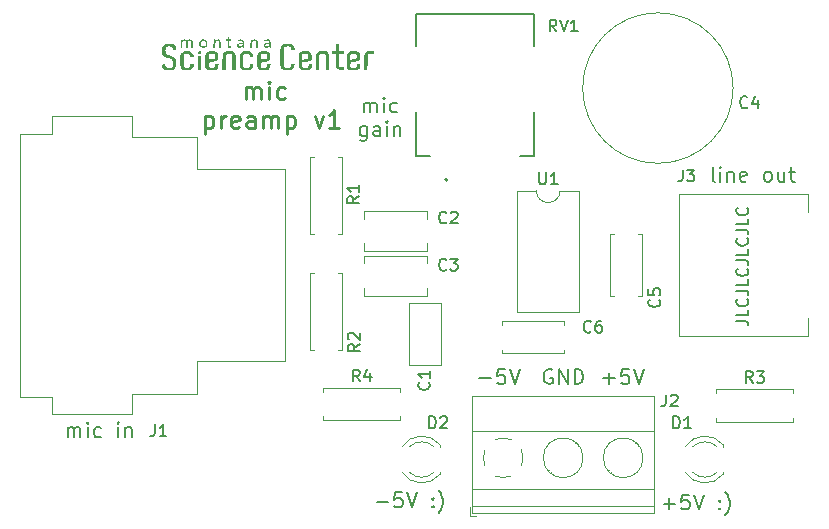
<source format=gto>
%TF.GenerationSoftware,KiCad,Pcbnew,(6.0.7-1)-1*%
%TF.CreationDate,2022-08-15T15:43:09-06:00*%
%TF.ProjectId,mic_preamp,6d69635f-7072-4656-916d-702e6b696361,1*%
%TF.SameCoordinates,Original*%
%TF.FileFunction,Legend,Top*%
%TF.FilePolarity,Positive*%
%FSLAX46Y46*%
G04 Gerber Fmt 4.6, Leading zero omitted, Abs format (unit mm)*
G04 Created by KiCad (PCBNEW (6.0.7-1)-1) date 2022-08-15 15:43:09*
%MOMM*%
%LPD*%
G01*
G04 APERTURE LIST*
%ADD10C,0.150000*%
%ADD11C,0.200000*%
%ADD12C,0.250000*%
%ADD13C,0.120000*%
%ADD14C,0.127000*%
%ADD15C,3.200000*%
%ADD16C,1.600000*%
%ADD17O,1.600000X1.600000*%
%ADD18O,2.300000X4.600000*%
%ADD19R,1.508000X1.508000*%
%ADD20C,1.508000*%
%ADD21O,2.200000X1.200000*%
%ADD22O,1.200000X2.200000*%
%ADD23C,3.400000*%
%ADD24C,2.900000*%
%ADD25R,2.600000X2.600000*%
%ADD26C,2.600000*%
%ADD27R,1.800000X1.800000*%
%ADD28C,1.800000*%
%ADD29R,1.600000X1.600000*%
G04 APERTURE END LIST*
D10*
X167152380Y-103219047D02*
X167866666Y-103219047D01*
X168009523Y-103266666D01*
X168104761Y-103361904D01*
X168152380Y-103504761D01*
X168152380Y-103600000D01*
X168152380Y-102266666D02*
X168152380Y-102742857D01*
X167152380Y-102742857D01*
X168057142Y-101361904D02*
X168104761Y-101409523D01*
X168152380Y-101552380D01*
X168152380Y-101647619D01*
X168104761Y-101790476D01*
X168009523Y-101885714D01*
X167914285Y-101933333D01*
X167723809Y-101980952D01*
X167580952Y-101980952D01*
X167390476Y-101933333D01*
X167295238Y-101885714D01*
X167200000Y-101790476D01*
X167152380Y-101647619D01*
X167152380Y-101552380D01*
X167200000Y-101409523D01*
X167247619Y-101361904D01*
X167152380Y-100647619D02*
X167866666Y-100647619D01*
X168009523Y-100695238D01*
X168104761Y-100790476D01*
X168152380Y-100933333D01*
X168152380Y-101028571D01*
X168152380Y-99695238D02*
X168152380Y-100171428D01*
X167152380Y-100171428D01*
X168057142Y-98790476D02*
X168104761Y-98838095D01*
X168152380Y-98980952D01*
X168152380Y-99076190D01*
X168104761Y-99219047D01*
X168009523Y-99314285D01*
X167914285Y-99361904D01*
X167723809Y-99409523D01*
X167580952Y-99409523D01*
X167390476Y-99361904D01*
X167295238Y-99314285D01*
X167200000Y-99219047D01*
X167152380Y-99076190D01*
X167152380Y-98980952D01*
X167200000Y-98838095D01*
X167247619Y-98790476D01*
X167152380Y-98076190D02*
X167866666Y-98076190D01*
X168009523Y-98123809D01*
X168104761Y-98219047D01*
X168152380Y-98361904D01*
X168152380Y-98457142D01*
X168152380Y-97123809D02*
X168152380Y-97600000D01*
X167152380Y-97600000D01*
X168057142Y-96219047D02*
X168104761Y-96266666D01*
X168152380Y-96409523D01*
X168152380Y-96504761D01*
X168104761Y-96647619D01*
X168009523Y-96742857D01*
X167914285Y-96790476D01*
X167723809Y-96838095D01*
X167580952Y-96838095D01*
X167390476Y-96790476D01*
X167295238Y-96742857D01*
X167200000Y-96647619D01*
X167152380Y-96504761D01*
X167152380Y-96409523D01*
X167200000Y-96266666D01*
X167247619Y-96219047D01*
X167152380Y-95504761D02*
X167866666Y-95504761D01*
X168009523Y-95552380D01*
X168104761Y-95647619D01*
X168152380Y-95790476D01*
X168152380Y-95885714D01*
X168152380Y-94552380D02*
X168152380Y-95028571D01*
X167152380Y-95028571D01*
X168057142Y-93647619D02*
X168104761Y-93695238D01*
X168152380Y-93838095D01*
X168152380Y-93933333D01*
X168104761Y-94076190D01*
X168009523Y-94171428D01*
X167914285Y-94219047D01*
X167723809Y-94266666D01*
X167580952Y-94266666D01*
X167390476Y-94219047D01*
X167295238Y-94171428D01*
X167200000Y-94076190D01*
X167152380Y-93933333D01*
X167152380Y-93838095D01*
X167200000Y-93695238D01*
X167247619Y-93647619D01*
D11*
X110541666Y-113065476D02*
X110541666Y-112232142D01*
X110541666Y-112351190D02*
X110601190Y-112291666D01*
X110720238Y-112232142D01*
X110898809Y-112232142D01*
X111017857Y-112291666D01*
X111077380Y-112410714D01*
X111077380Y-113065476D01*
X111077380Y-112410714D02*
X111136904Y-112291666D01*
X111255952Y-112232142D01*
X111434523Y-112232142D01*
X111553571Y-112291666D01*
X111613095Y-112410714D01*
X111613095Y-113065476D01*
X112208333Y-113065476D02*
X112208333Y-112232142D01*
X112208333Y-111815476D02*
X112148809Y-111875000D01*
X112208333Y-111934523D01*
X112267857Y-111875000D01*
X112208333Y-111815476D01*
X112208333Y-111934523D01*
X113339285Y-113005952D02*
X113220238Y-113065476D01*
X112982142Y-113065476D01*
X112863095Y-113005952D01*
X112803571Y-112946428D01*
X112744047Y-112827380D01*
X112744047Y-112470238D01*
X112803571Y-112351190D01*
X112863095Y-112291666D01*
X112982142Y-112232142D01*
X113220238Y-112232142D01*
X113339285Y-112291666D01*
X114827380Y-113065476D02*
X114827380Y-112232142D01*
X114827380Y-111815476D02*
X114767857Y-111875000D01*
X114827380Y-111934523D01*
X114886904Y-111875000D01*
X114827380Y-111815476D01*
X114827380Y-111934523D01*
X115422619Y-112232142D02*
X115422619Y-113065476D01*
X115422619Y-112351190D02*
X115482142Y-112291666D01*
X115601190Y-112232142D01*
X115779761Y-112232142D01*
X115898809Y-112291666D01*
X115958333Y-112410714D01*
X115958333Y-113065476D01*
X160977380Y-118689285D02*
X161929761Y-118689285D01*
X161453571Y-119165476D02*
X161453571Y-118213095D01*
X163120238Y-117915476D02*
X162525000Y-117915476D01*
X162465476Y-118510714D01*
X162525000Y-118451190D01*
X162644047Y-118391666D01*
X162941666Y-118391666D01*
X163060714Y-118451190D01*
X163120238Y-118510714D01*
X163179761Y-118629761D01*
X163179761Y-118927380D01*
X163120238Y-119046428D01*
X163060714Y-119105952D01*
X162941666Y-119165476D01*
X162644047Y-119165476D01*
X162525000Y-119105952D01*
X162465476Y-119046428D01*
X163536904Y-117915476D02*
X163953571Y-119165476D01*
X164370238Y-117915476D01*
X165739285Y-119046428D02*
X165798809Y-119105952D01*
X165739285Y-119165476D01*
X165679761Y-119105952D01*
X165739285Y-119046428D01*
X165739285Y-119165476D01*
X165739285Y-118391666D02*
X165798809Y-118451190D01*
X165739285Y-118510714D01*
X165679761Y-118451190D01*
X165739285Y-118391666D01*
X165739285Y-118510714D01*
X166215476Y-119641666D02*
X166275000Y-119582142D01*
X166394047Y-119403571D01*
X166453571Y-119284523D01*
X166513095Y-119105952D01*
X166572619Y-118808333D01*
X166572619Y-118570238D01*
X166513095Y-118272619D01*
X166453571Y-118094047D01*
X166394047Y-117975000D01*
X166275000Y-117796428D01*
X166215476Y-117736904D01*
X135630952Y-85559226D02*
X135630952Y-84725892D01*
X135630952Y-84844940D02*
X135690476Y-84785416D01*
X135809523Y-84725892D01*
X135988095Y-84725892D01*
X136107142Y-84785416D01*
X136166666Y-84904464D01*
X136166666Y-85559226D01*
X136166666Y-84904464D02*
X136226190Y-84785416D01*
X136345238Y-84725892D01*
X136523809Y-84725892D01*
X136642857Y-84785416D01*
X136702380Y-84904464D01*
X136702380Y-85559226D01*
X137297619Y-85559226D02*
X137297619Y-84725892D01*
X137297619Y-84309226D02*
X137238095Y-84368750D01*
X137297619Y-84428273D01*
X137357142Y-84368750D01*
X137297619Y-84309226D01*
X137297619Y-84428273D01*
X138428571Y-85499702D02*
X138309523Y-85559226D01*
X138071428Y-85559226D01*
X137952380Y-85499702D01*
X137892857Y-85440178D01*
X137833333Y-85321130D01*
X137833333Y-84963988D01*
X137892857Y-84844940D01*
X137952380Y-84785416D01*
X138071428Y-84725892D01*
X138309523Y-84725892D01*
X138428571Y-84785416D01*
X135839285Y-86738392D02*
X135839285Y-87750297D01*
X135779761Y-87869345D01*
X135720238Y-87928869D01*
X135601190Y-87988392D01*
X135422619Y-87988392D01*
X135303571Y-87928869D01*
X135839285Y-87512202D02*
X135720238Y-87571726D01*
X135482142Y-87571726D01*
X135363095Y-87512202D01*
X135303571Y-87452678D01*
X135244047Y-87333630D01*
X135244047Y-86976488D01*
X135303571Y-86857440D01*
X135363095Y-86797916D01*
X135482142Y-86738392D01*
X135720238Y-86738392D01*
X135839285Y-86797916D01*
X136970238Y-87571726D02*
X136970238Y-86916964D01*
X136910714Y-86797916D01*
X136791666Y-86738392D01*
X136553571Y-86738392D01*
X136434523Y-86797916D01*
X136970238Y-87512202D02*
X136851190Y-87571726D01*
X136553571Y-87571726D01*
X136434523Y-87512202D01*
X136375000Y-87393154D01*
X136375000Y-87274107D01*
X136434523Y-87155059D01*
X136553571Y-87095535D01*
X136851190Y-87095535D01*
X136970238Y-87036011D01*
X137565476Y-87571726D02*
X137565476Y-86738392D01*
X137565476Y-86321726D02*
X137505952Y-86381250D01*
X137565476Y-86440773D01*
X137625000Y-86381250D01*
X137565476Y-86321726D01*
X137565476Y-86440773D01*
X138160714Y-86738392D02*
X138160714Y-87571726D01*
X138160714Y-86857440D02*
X138220238Y-86797916D01*
X138339285Y-86738392D01*
X138517857Y-86738392D01*
X138636904Y-86797916D01*
X138696428Y-86916964D01*
X138696428Y-87571726D01*
X136702380Y-118514285D02*
X137654761Y-118514285D01*
X138845238Y-117740476D02*
X138250000Y-117740476D01*
X138190476Y-118335714D01*
X138250000Y-118276190D01*
X138369047Y-118216666D01*
X138666666Y-118216666D01*
X138785714Y-118276190D01*
X138845238Y-118335714D01*
X138904761Y-118454761D01*
X138904761Y-118752380D01*
X138845238Y-118871428D01*
X138785714Y-118930952D01*
X138666666Y-118990476D01*
X138369047Y-118990476D01*
X138250000Y-118930952D01*
X138190476Y-118871428D01*
X139261904Y-117740476D02*
X139678571Y-118990476D01*
X140095238Y-117740476D01*
X141464285Y-118871428D02*
X141523809Y-118930952D01*
X141464285Y-118990476D01*
X141404761Y-118930952D01*
X141464285Y-118871428D01*
X141464285Y-118990476D01*
X141464285Y-118216666D02*
X141523809Y-118276190D01*
X141464285Y-118335714D01*
X141404761Y-118276190D01*
X141464285Y-118216666D01*
X141464285Y-118335714D01*
X141940476Y-119466666D02*
X142000000Y-119407142D01*
X142119047Y-119228571D01*
X142178571Y-119109523D01*
X142238095Y-118930952D01*
X142297619Y-118633333D01*
X142297619Y-118395238D01*
X142238095Y-118097619D01*
X142178571Y-117919047D01*
X142119047Y-117800000D01*
X142000000Y-117621428D01*
X141940476Y-117561904D01*
X165310714Y-91415476D02*
X165191666Y-91355952D01*
X165132142Y-91236904D01*
X165132142Y-90165476D01*
X165786904Y-91415476D02*
X165786904Y-90582142D01*
X165786904Y-90165476D02*
X165727380Y-90225000D01*
X165786904Y-90284523D01*
X165846428Y-90225000D01*
X165786904Y-90165476D01*
X165786904Y-90284523D01*
X166382142Y-90582142D02*
X166382142Y-91415476D01*
X166382142Y-90701190D02*
X166441666Y-90641666D01*
X166560714Y-90582142D01*
X166739285Y-90582142D01*
X166858333Y-90641666D01*
X166917857Y-90760714D01*
X166917857Y-91415476D01*
X167989285Y-91355952D02*
X167870238Y-91415476D01*
X167632142Y-91415476D01*
X167513095Y-91355952D01*
X167453571Y-91236904D01*
X167453571Y-90760714D01*
X167513095Y-90641666D01*
X167632142Y-90582142D01*
X167870238Y-90582142D01*
X167989285Y-90641666D01*
X168048809Y-90760714D01*
X168048809Y-90879761D01*
X167453571Y-90998809D01*
X169715476Y-91415476D02*
X169596428Y-91355952D01*
X169536904Y-91296428D01*
X169477380Y-91177380D01*
X169477380Y-90820238D01*
X169536904Y-90701190D01*
X169596428Y-90641666D01*
X169715476Y-90582142D01*
X169894047Y-90582142D01*
X170013095Y-90641666D01*
X170072619Y-90701190D01*
X170132142Y-90820238D01*
X170132142Y-91177380D01*
X170072619Y-91296428D01*
X170013095Y-91355952D01*
X169894047Y-91415476D01*
X169715476Y-91415476D01*
X171203571Y-90582142D02*
X171203571Y-91415476D01*
X170667857Y-90582142D02*
X170667857Y-91236904D01*
X170727380Y-91355952D01*
X170846428Y-91415476D01*
X171025000Y-91415476D01*
X171144047Y-91355952D01*
X171203571Y-91296428D01*
X171620238Y-90582142D02*
X172096428Y-90582142D01*
X171798809Y-90165476D02*
X171798809Y-91236904D01*
X171858333Y-91355952D01*
X171977380Y-91415476D01*
X172096428Y-91415476D01*
D12*
X125585714Y-84446071D02*
X125585714Y-83446071D01*
X125585714Y-83588928D02*
X125657142Y-83517500D01*
X125800000Y-83446071D01*
X126014285Y-83446071D01*
X126157142Y-83517500D01*
X126228571Y-83660357D01*
X126228571Y-84446071D01*
X126228571Y-83660357D02*
X126300000Y-83517500D01*
X126442857Y-83446071D01*
X126657142Y-83446071D01*
X126800000Y-83517500D01*
X126871428Y-83660357D01*
X126871428Y-84446071D01*
X127585714Y-84446071D02*
X127585714Y-83446071D01*
X127585714Y-82946071D02*
X127514285Y-83017500D01*
X127585714Y-83088928D01*
X127657142Y-83017500D01*
X127585714Y-82946071D01*
X127585714Y-83088928D01*
X128942857Y-84374642D02*
X128800000Y-84446071D01*
X128514285Y-84446071D01*
X128371428Y-84374642D01*
X128300000Y-84303214D01*
X128228571Y-84160357D01*
X128228571Y-83731785D01*
X128300000Y-83588928D01*
X128371428Y-83517500D01*
X128514285Y-83446071D01*
X128800000Y-83446071D01*
X128942857Y-83517500D01*
X122157142Y-85861071D02*
X122157142Y-87361071D01*
X122157142Y-85932500D02*
X122300000Y-85861071D01*
X122585714Y-85861071D01*
X122728571Y-85932500D01*
X122800000Y-86003928D01*
X122871428Y-86146785D01*
X122871428Y-86575357D01*
X122800000Y-86718214D01*
X122728571Y-86789642D01*
X122585714Y-86861071D01*
X122300000Y-86861071D01*
X122157142Y-86789642D01*
X123514285Y-86861071D02*
X123514285Y-85861071D01*
X123514285Y-86146785D02*
X123585714Y-86003928D01*
X123657142Y-85932500D01*
X123800000Y-85861071D01*
X123942857Y-85861071D01*
X125014285Y-86789642D02*
X124871428Y-86861071D01*
X124585714Y-86861071D01*
X124442857Y-86789642D01*
X124371428Y-86646785D01*
X124371428Y-86075357D01*
X124442857Y-85932500D01*
X124585714Y-85861071D01*
X124871428Y-85861071D01*
X125014285Y-85932500D01*
X125085714Y-86075357D01*
X125085714Y-86218214D01*
X124371428Y-86361071D01*
X126371428Y-86861071D02*
X126371428Y-86075357D01*
X126300000Y-85932500D01*
X126157142Y-85861071D01*
X125871428Y-85861071D01*
X125728571Y-85932500D01*
X126371428Y-86789642D02*
X126228571Y-86861071D01*
X125871428Y-86861071D01*
X125728571Y-86789642D01*
X125657142Y-86646785D01*
X125657142Y-86503928D01*
X125728571Y-86361071D01*
X125871428Y-86289642D01*
X126228571Y-86289642D01*
X126371428Y-86218214D01*
X127085714Y-86861071D02*
X127085714Y-85861071D01*
X127085714Y-86003928D02*
X127157142Y-85932500D01*
X127300000Y-85861071D01*
X127514285Y-85861071D01*
X127657142Y-85932500D01*
X127728571Y-86075357D01*
X127728571Y-86861071D01*
X127728571Y-86075357D02*
X127800000Y-85932500D01*
X127942857Y-85861071D01*
X128157142Y-85861071D01*
X128300000Y-85932500D01*
X128371428Y-86075357D01*
X128371428Y-86861071D01*
X129085714Y-85861071D02*
X129085714Y-87361071D01*
X129085714Y-85932500D02*
X129228571Y-85861071D01*
X129514285Y-85861071D01*
X129657142Y-85932500D01*
X129728571Y-86003928D01*
X129800000Y-86146785D01*
X129800000Y-86575357D01*
X129728571Y-86718214D01*
X129657142Y-86789642D01*
X129514285Y-86861071D01*
X129228571Y-86861071D01*
X129085714Y-86789642D01*
X131442857Y-85861071D02*
X131800000Y-86861071D01*
X132157142Y-85861071D01*
X133514285Y-86861071D02*
X132657142Y-86861071D01*
X133085714Y-86861071D02*
X133085714Y-85361071D01*
X132942857Y-85575357D01*
X132800000Y-85718214D01*
X132657142Y-85789642D01*
D11*
X145392857Y-108089285D02*
X146345238Y-108089285D01*
X147535714Y-107315476D02*
X146940476Y-107315476D01*
X146880952Y-107910714D01*
X146940476Y-107851190D01*
X147059523Y-107791666D01*
X147357142Y-107791666D01*
X147476190Y-107851190D01*
X147535714Y-107910714D01*
X147595238Y-108029761D01*
X147595238Y-108327380D01*
X147535714Y-108446428D01*
X147476190Y-108505952D01*
X147357142Y-108565476D01*
X147059523Y-108565476D01*
X146940476Y-108505952D01*
X146880952Y-108446428D01*
X147952380Y-107315476D02*
X148369047Y-108565476D01*
X148785714Y-107315476D01*
X155892857Y-108089285D02*
X156845238Y-108089285D01*
X156369047Y-108565476D02*
X156369047Y-107613095D01*
X158035714Y-107315476D02*
X157440476Y-107315476D01*
X157380952Y-107910714D01*
X157440476Y-107851190D01*
X157559523Y-107791666D01*
X157857142Y-107791666D01*
X157976190Y-107851190D01*
X158035714Y-107910714D01*
X158095238Y-108029761D01*
X158095238Y-108327380D01*
X158035714Y-108446428D01*
X157976190Y-108505952D01*
X157857142Y-108565476D01*
X157559523Y-108565476D01*
X157440476Y-108505952D01*
X157380952Y-108446428D01*
X158452380Y-107315476D02*
X158869047Y-108565476D01*
X159285714Y-107315476D01*
X151547619Y-107375000D02*
X151428571Y-107315476D01*
X151250000Y-107315476D01*
X151071428Y-107375000D01*
X150952380Y-107494047D01*
X150892857Y-107613095D01*
X150833333Y-107851190D01*
X150833333Y-108029761D01*
X150892857Y-108267857D01*
X150952380Y-108386904D01*
X151071428Y-108505952D01*
X151250000Y-108565476D01*
X151369047Y-108565476D01*
X151547619Y-108505952D01*
X151607142Y-108446428D01*
X151607142Y-108029761D01*
X151369047Y-108029761D01*
X152142857Y-108565476D02*
X152142857Y-107315476D01*
X152857142Y-108565476D01*
X152857142Y-107315476D01*
X153452380Y-108565476D02*
X153452380Y-107315476D01*
X153750000Y-107315476D01*
X153928571Y-107375000D01*
X154047619Y-107494047D01*
X154107142Y-107613095D01*
X154166666Y-107851190D01*
X154166666Y-108029761D01*
X154107142Y-108267857D01*
X154047619Y-108386904D01*
X153928571Y-108505952D01*
X153750000Y-108565476D01*
X153452380Y-108565476D01*
D10*
X135268333Y-108332380D02*
X134935000Y-107856190D01*
X134696904Y-108332380D02*
X134696904Y-107332380D01*
X135077857Y-107332380D01*
X135173095Y-107380000D01*
X135220714Y-107427619D01*
X135268333Y-107522857D01*
X135268333Y-107665714D01*
X135220714Y-107760952D01*
X135173095Y-107808571D01*
X135077857Y-107856190D01*
X134696904Y-107856190D01*
X136125476Y-107665714D02*
X136125476Y-108332380D01*
X135887380Y-107284761D02*
X135649285Y-107999047D01*
X136268333Y-107999047D01*
X151904761Y-78702380D02*
X151571428Y-78226190D01*
X151333333Y-78702380D02*
X151333333Y-77702380D01*
X151714285Y-77702380D01*
X151809523Y-77750000D01*
X151857142Y-77797619D01*
X151904761Y-77892857D01*
X151904761Y-78035714D01*
X151857142Y-78130952D01*
X151809523Y-78178571D01*
X151714285Y-78226190D01*
X151333333Y-78226190D01*
X152190476Y-77702380D02*
X152523809Y-78702380D01*
X152857142Y-77702380D01*
X153714285Y-78702380D02*
X153142857Y-78702380D01*
X153428571Y-78702380D02*
X153428571Y-77702380D01*
X153333333Y-77845238D01*
X153238095Y-77940476D01*
X153142857Y-77988095D01*
X162591666Y-90402380D02*
X162591666Y-91116666D01*
X162544047Y-91259523D01*
X162448809Y-91354761D01*
X162305952Y-91402380D01*
X162210714Y-91402380D01*
X162972619Y-90402380D02*
X163591666Y-90402380D01*
X163258333Y-90783333D01*
X163401190Y-90783333D01*
X163496428Y-90830952D01*
X163544047Y-90878571D01*
X163591666Y-90973809D01*
X163591666Y-91211904D01*
X163544047Y-91307142D01*
X163496428Y-91354761D01*
X163401190Y-91402380D01*
X163115476Y-91402380D01*
X163020238Y-91354761D01*
X162972619Y-91307142D01*
X117891666Y-111977380D02*
X117891666Y-112691666D01*
X117844047Y-112834523D01*
X117748809Y-112929761D01*
X117605952Y-112977380D01*
X117510714Y-112977380D01*
X118891666Y-112977380D02*
X118320238Y-112977380D01*
X118605952Y-112977380D02*
X118605952Y-111977380D01*
X118510714Y-112120238D01*
X118415476Y-112215476D01*
X118320238Y-112263095D01*
X168083333Y-85107142D02*
X168035714Y-85154761D01*
X167892857Y-85202380D01*
X167797619Y-85202380D01*
X167654761Y-85154761D01*
X167559523Y-85059523D01*
X167511904Y-84964285D01*
X167464285Y-84773809D01*
X167464285Y-84630952D01*
X167511904Y-84440476D01*
X167559523Y-84345238D01*
X167654761Y-84250000D01*
X167797619Y-84202380D01*
X167892857Y-84202380D01*
X168035714Y-84250000D01*
X168083333Y-84297619D01*
X168940476Y-84535714D02*
X168940476Y-85202380D01*
X168702380Y-84154761D02*
X168464285Y-84869047D01*
X169083333Y-84869047D01*
X161166666Y-109452380D02*
X161166666Y-110166666D01*
X161119047Y-110309523D01*
X161023809Y-110404761D01*
X160880952Y-110452380D01*
X160785714Y-110452380D01*
X161595238Y-109547619D02*
X161642857Y-109500000D01*
X161738095Y-109452380D01*
X161976190Y-109452380D01*
X162071428Y-109500000D01*
X162119047Y-109547619D01*
X162166666Y-109642857D01*
X162166666Y-109738095D01*
X162119047Y-109880952D01*
X161547619Y-110452380D01*
X162166666Y-110452380D01*
X142583333Y-94857142D02*
X142535714Y-94904761D01*
X142392857Y-94952380D01*
X142297619Y-94952380D01*
X142154761Y-94904761D01*
X142059523Y-94809523D01*
X142011904Y-94714285D01*
X141964285Y-94523809D01*
X141964285Y-94380952D01*
X142011904Y-94190476D01*
X142059523Y-94095238D01*
X142154761Y-94000000D01*
X142297619Y-93952380D01*
X142392857Y-93952380D01*
X142535714Y-94000000D01*
X142583333Y-94047619D01*
X142964285Y-94047619D02*
X143011904Y-94000000D01*
X143107142Y-93952380D01*
X143345238Y-93952380D01*
X143440476Y-94000000D01*
X143488095Y-94047619D01*
X143535714Y-94142857D01*
X143535714Y-94238095D01*
X143488095Y-94380952D01*
X142916666Y-94952380D01*
X143535714Y-94952380D01*
X135238380Y-105166666D02*
X134762190Y-105500000D01*
X135238380Y-105738095D02*
X134238380Y-105738095D01*
X134238380Y-105357142D01*
X134286000Y-105261904D01*
X134333619Y-105214285D01*
X134428857Y-105166666D01*
X134571714Y-105166666D01*
X134666952Y-105214285D01*
X134714571Y-105261904D01*
X134762190Y-105357142D01*
X134762190Y-105738095D01*
X134333619Y-104785714D02*
X134286000Y-104738095D01*
X134238380Y-104642857D01*
X134238380Y-104404761D01*
X134286000Y-104309523D01*
X134333619Y-104261904D01*
X134428857Y-104214285D01*
X134524095Y-104214285D01*
X134666952Y-104261904D01*
X135238380Y-104833333D01*
X135238380Y-104214285D01*
X154833333Y-104107142D02*
X154785714Y-104154761D01*
X154642857Y-104202380D01*
X154547619Y-104202380D01*
X154404761Y-104154761D01*
X154309523Y-104059523D01*
X154261904Y-103964285D01*
X154214285Y-103773809D01*
X154214285Y-103630952D01*
X154261904Y-103440476D01*
X154309523Y-103345238D01*
X154404761Y-103250000D01*
X154547619Y-103202380D01*
X154642857Y-103202380D01*
X154785714Y-103250000D01*
X154833333Y-103297619D01*
X155690476Y-103202380D02*
X155500000Y-103202380D01*
X155404761Y-103250000D01*
X155357142Y-103297619D01*
X155261904Y-103440476D01*
X155214285Y-103630952D01*
X155214285Y-104011904D01*
X155261904Y-104107142D01*
X155309523Y-104154761D01*
X155404761Y-104202380D01*
X155595238Y-104202380D01*
X155690476Y-104154761D01*
X155738095Y-104107142D01*
X155785714Y-104011904D01*
X155785714Y-103773809D01*
X155738095Y-103678571D01*
X155690476Y-103630952D01*
X155595238Y-103583333D01*
X155404761Y-103583333D01*
X155309523Y-103630952D01*
X155261904Y-103678571D01*
X155214285Y-103773809D01*
X168518333Y-108457380D02*
X168185000Y-107981190D01*
X167946904Y-108457380D02*
X167946904Y-107457380D01*
X168327857Y-107457380D01*
X168423095Y-107505000D01*
X168470714Y-107552619D01*
X168518333Y-107647857D01*
X168518333Y-107790714D01*
X168470714Y-107885952D01*
X168423095Y-107933571D01*
X168327857Y-107981190D01*
X167946904Y-107981190D01*
X168851666Y-107457380D02*
X169470714Y-107457380D01*
X169137380Y-107838333D01*
X169280238Y-107838333D01*
X169375476Y-107885952D01*
X169423095Y-107933571D01*
X169470714Y-108028809D01*
X169470714Y-108266904D01*
X169423095Y-108362142D01*
X169375476Y-108409761D01*
X169280238Y-108457380D01*
X168994523Y-108457380D01*
X168899285Y-108409761D01*
X168851666Y-108362142D01*
X161786904Y-112302380D02*
X161786904Y-111302380D01*
X162025000Y-111302380D01*
X162167857Y-111350000D01*
X162263095Y-111445238D01*
X162310714Y-111540476D01*
X162358333Y-111730952D01*
X162358333Y-111873809D01*
X162310714Y-112064285D01*
X162263095Y-112159523D01*
X162167857Y-112254761D01*
X162025000Y-112302380D01*
X161786904Y-112302380D01*
X163310714Y-112302380D02*
X162739285Y-112302380D01*
X163025000Y-112302380D02*
X163025000Y-111302380D01*
X162929761Y-111445238D01*
X162834523Y-111540476D01*
X162739285Y-111588095D01*
X135202380Y-92666666D02*
X134726190Y-93000000D01*
X135202380Y-93238095D02*
X134202380Y-93238095D01*
X134202380Y-92857142D01*
X134250000Y-92761904D01*
X134297619Y-92714285D01*
X134392857Y-92666666D01*
X134535714Y-92666666D01*
X134630952Y-92714285D01*
X134678571Y-92761904D01*
X134726190Y-92857142D01*
X134726190Y-93238095D01*
X135202380Y-91714285D02*
X135202380Y-92285714D01*
X135202380Y-92000000D02*
X134202380Y-92000000D01*
X134345238Y-92095238D01*
X134440476Y-92190476D01*
X134488095Y-92285714D01*
X142583333Y-98857142D02*
X142535714Y-98904761D01*
X142392857Y-98952380D01*
X142297619Y-98952380D01*
X142154761Y-98904761D01*
X142059523Y-98809523D01*
X142011904Y-98714285D01*
X141964285Y-98523809D01*
X141964285Y-98380952D01*
X142011904Y-98190476D01*
X142059523Y-98095238D01*
X142154761Y-98000000D01*
X142297619Y-97952380D01*
X142392857Y-97952380D01*
X142535714Y-98000000D01*
X142583333Y-98047619D01*
X142916666Y-97952380D02*
X143535714Y-97952380D01*
X143202380Y-98333333D01*
X143345238Y-98333333D01*
X143440476Y-98380952D01*
X143488095Y-98428571D01*
X143535714Y-98523809D01*
X143535714Y-98761904D01*
X143488095Y-98857142D01*
X143440476Y-98904761D01*
X143345238Y-98952380D01*
X143059523Y-98952380D01*
X142964285Y-98904761D01*
X142916666Y-98857142D01*
X141136904Y-112302380D02*
X141136904Y-111302380D01*
X141375000Y-111302380D01*
X141517857Y-111350000D01*
X141613095Y-111445238D01*
X141660714Y-111540476D01*
X141708333Y-111730952D01*
X141708333Y-111873809D01*
X141660714Y-112064285D01*
X141613095Y-112159523D01*
X141517857Y-112254761D01*
X141375000Y-112302380D01*
X141136904Y-112302380D01*
X142089285Y-111397619D02*
X142136904Y-111350000D01*
X142232142Y-111302380D01*
X142470238Y-111302380D01*
X142565476Y-111350000D01*
X142613095Y-111397619D01*
X142660714Y-111492857D01*
X142660714Y-111588095D01*
X142613095Y-111730952D01*
X142041666Y-112302380D01*
X142660714Y-112302380D01*
X160607142Y-101416666D02*
X160654761Y-101464285D01*
X160702380Y-101607142D01*
X160702380Y-101702380D01*
X160654761Y-101845238D01*
X160559523Y-101940476D01*
X160464285Y-101988095D01*
X160273809Y-102035714D01*
X160130952Y-102035714D01*
X159940476Y-101988095D01*
X159845238Y-101940476D01*
X159750000Y-101845238D01*
X159702380Y-101702380D01*
X159702380Y-101607142D01*
X159750000Y-101464285D01*
X159797619Y-101416666D01*
X159702380Y-100511904D02*
X159702380Y-100988095D01*
X160178571Y-101035714D01*
X160130952Y-100988095D01*
X160083333Y-100892857D01*
X160083333Y-100654761D01*
X160130952Y-100559523D01*
X160178571Y-100511904D01*
X160273809Y-100464285D01*
X160511904Y-100464285D01*
X160607142Y-100511904D01*
X160654761Y-100559523D01*
X160702380Y-100654761D01*
X160702380Y-100892857D01*
X160654761Y-100988095D01*
X160607142Y-101035714D01*
X141107142Y-108416666D02*
X141154761Y-108464285D01*
X141202380Y-108607142D01*
X141202380Y-108702380D01*
X141154761Y-108845238D01*
X141059523Y-108940476D01*
X140964285Y-108988095D01*
X140773809Y-109035714D01*
X140630952Y-109035714D01*
X140440476Y-108988095D01*
X140345238Y-108940476D01*
X140250000Y-108845238D01*
X140202380Y-108702380D01*
X140202380Y-108607142D01*
X140250000Y-108464285D01*
X140297619Y-108416666D01*
X141202380Y-107464285D02*
X141202380Y-108035714D01*
X141202380Y-107750000D02*
X140202380Y-107750000D01*
X140345238Y-107845238D01*
X140440476Y-107940476D01*
X140488095Y-108035714D01*
X150448095Y-90642380D02*
X150448095Y-91451904D01*
X150495714Y-91547142D01*
X150543333Y-91594761D01*
X150638571Y-91642380D01*
X150829047Y-91642380D01*
X150924285Y-91594761D01*
X150971904Y-91547142D01*
X151019523Y-91451904D01*
X151019523Y-90642380D01*
X152019523Y-91642380D02*
X151448095Y-91642380D01*
X151733809Y-91642380D02*
X151733809Y-90642380D01*
X151638571Y-90785238D01*
X151543333Y-90880476D01*
X151448095Y-90928095D01*
D13*
X132165000Y-109210000D02*
X132165000Y-108880000D01*
X132165000Y-108880000D02*
X138705000Y-108880000D01*
X132165000Y-111290000D02*
X132165000Y-111620000D01*
X132165000Y-111620000D02*
X138705000Y-111620000D01*
X138705000Y-108880000D02*
X138705000Y-109210000D01*
X138705000Y-111620000D02*
X138705000Y-111290000D01*
D14*
X150000000Y-85550000D02*
X150000000Y-89250000D01*
X150000000Y-77250000D02*
X150000000Y-79950000D01*
X140000000Y-85550000D02*
X140000000Y-89250000D01*
X150000000Y-89250000D02*
X148800000Y-89250000D01*
X140000000Y-77250000D02*
X150000000Y-77250000D01*
X140000000Y-79950000D02*
X140000000Y-77250000D01*
X140000000Y-89250000D02*
X141200000Y-89250000D01*
D11*
X142682000Y-91264000D02*
G75*
G03*
X142682000Y-91264000I-100000J0D01*
G01*
D13*
X162250000Y-104500000D02*
X162250000Y-92500000D01*
X173250000Y-104500000D02*
X162250000Y-104500000D01*
X173250000Y-92500000D02*
X173250000Y-94000000D01*
X173250000Y-103000000D02*
X173250000Y-104500000D01*
X162250000Y-92500000D02*
X173250000Y-92500000D01*
X115970000Y-109370000D02*
X121470000Y-109370000D01*
X109230000Y-109620000D02*
X106530000Y-109620000D01*
X121470000Y-109370000D02*
X121470000Y-106620000D01*
X109230000Y-87380000D02*
X106530000Y-87380000D01*
X115970000Y-87630000D02*
X121470000Y-87630000D01*
X121470000Y-90380000D02*
X128970000Y-90380000D01*
X109230000Y-87380000D02*
X109230000Y-85880000D01*
X121470000Y-90380000D02*
X121470000Y-87630000D01*
X109230000Y-111120000D02*
X115970000Y-111120000D01*
X109230000Y-85880000D02*
X115970000Y-85880000D01*
X115970000Y-85880000D02*
X115970000Y-87630000D01*
X121470000Y-106620000D02*
X128970000Y-106620000D01*
X128970000Y-106620000D02*
X128970000Y-90380000D01*
X106530000Y-109620000D02*
X106530000Y-87380000D01*
X109230000Y-111120000D02*
X109230000Y-109620000D01*
X115970000Y-109370000D02*
X115970000Y-111120000D01*
X166870000Y-83500000D02*
G75*
G03*
X166870000Y-83500000I-6370000J0D01*
G01*
X160160000Y-109544000D02*
X160160000Y-119465000D01*
X144560000Y-118965000D02*
X144560000Y-119705000D01*
X151446000Y-116044000D02*
X151411000Y-116079000D01*
X144800000Y-119465000D02*
X160160000Y-119465000D01*
X144800000Y-118905000D02*
X160160000Y-118905000D01*
X156526000Y-116044000D02*
X156491000Y-116079000D01*
X153550000Y-113530000D02*
X153515000Y-113566000D01*
X153755000Y-113736000D02*
X153708000Y-113782000D01*
X144800000Y-112504000D02*
X160160000Y-112504000D01*
X151253000Y-115828000D02*
X151206000Y-115874000D01*
X158630000Y-113530000D02*
X158595000Y-113566000D01*
X158835000Y-113736000D02*
X158788000Y-113782000D01*
X144800000Y-109544000D02*
X160160000Y-109544000D01*
X144800000Y-109544000D02*
X144800000Y-119465000D01*
X144560000Y-119705000D02*
X145060000Y-119705000D01*
X156333000Y-115828000D02*
X156286000Y-115874000D01*
X144800000Y-117405000D02*
X160160000Y-117405000D01*
X147400000Y-116485000D02*
G75*
G03*
X148083318Y-116339756I0J1680000D01*
G01*
X148935001Y-115489000D02*
G75*
G03*
X148935427Y-114121958I-1535001J684000D01*
G01*
X148084000Y-113270000D02*
G75*
G03*
X146716958Y-113269573I-684001J-1534993D01*
G01*
X145865000Y-114121000D02*
G75*
G03*
X145864573Y-115488042I1534993J-684001D01*
G01*
X146716000Y-116340000D02*
G75*
G03*
X147428805Y-116485253I683999J1535001D01*
G01*
X159240000Y-114805000D02*
G75*
G03*
X159240000Y-114805000I-1680000J0D01*
G01*
X154160000Y-114805000D02*
G75*
G03*
X154160000Y-114805000I-1680000J0D01*
G01*
X135630000Y-93879000D02*
X135630000Y-94545000D01*
X135630000Y-97321000D02*
X140970000Y-97321000D01*
X135630000Y-93879000D02*
X140970000Y-93879000D01*
X135630000Y-96655000D02*
X135630000Y-97321000D01*
X140970000Y-96655000D02*
X140970000Y-97321000D01*
X140970000Y-93879000D02*
X140970000Y-94545000D01*
X133456000Y-99130000D02*
X133786000Y-99130000D01*
X133786000Y-105670000D02*
X133456000Y-105670000D01*
X131046000Y-105670000D02*
X131376000Y-105670000D01*
X133786000Y-99130000D02*
X133786000Y-105670000D01*
X131046000Y-99130000D02*
X131046000Y-105670000D01*
X131376000Y-99130000D02*
X131046000Y-99130000D01*
X147280000Y-105655000D02*
X147280000Y-105970000D01*
X147280000Y-103230000D02*
X147280000Y-103545000D01*
X147280000Y-103230000D02*
X152520000Y-103230000D01*
X152520000Y-103230000D02*
X152520000Y-103545000D01*
X147280000Y-105970000D02*
X152520000Y-105970000D01*
X152520000Y-105655000D02*
X152520000Y-105970000D01*
X165415000Y-111415000D02*
X165415000Y-111745000D01*
X171955000Y-111745000D02*
X171955000Y-111415000D01*
X165415000Y-109005000D02*
X171955000Y-109005000D01*
X171955000Y-109005000D02*
X171955000Y-109335000D01*
X165415000Y-109335000D02*
X165415000Y-109005000D01*
X165415000Y-111745000D02*
X171955000Y-111745000D01*
X166040000Y-113870000D02*
X166040000Y-113714000D01*
X166040000Y-116186000D02*
X166040000Y-116030000D01*
X162807665Y-116028608D02*
G75*
G03*
X166040000Y-116185516I1672335J1078608D01*
G01*
X166040000Y-113714484D02*
G75*
G03*
X162807665Y-113871392I-1560000J-1235516D01*
G01*
X165520961Y-113870000D02*
G75*
G03*
X163438870Y-113870163I-1040961J-1080000D01*
G01*
X163438870Y-116029837D02*
G75*
G03*
X165520961Y-116030000I1041130J1079837D01*
G01*
X133456000Y-95870000D02*
X133786000Y-95870000D01*
X133786000Y-95870000D02*
X133786000Y-89330000D01*
X131046000Y-95870000D02*
X131046000Y-89330000D01*
X133786000Y-89330000D02*
X133456000Y-89330000D01*
X131376000Y-95870000D02*
X131046000Y-95870000D01*
X131046000Y-89330000D02*
X131376000Y-89330000D01*
G36*
X133515790Y-80369510D02*
G01*
X133930672Y-80369510D01*
X133930672Y-80600000D01*
X133515790Y-80600000D01*
X133515790Y-81126554D01*
X133515843Y-81308497D01*
X133517455Y-81449692D01*
X133522804Y-81555483D01*
X133534071Y-81631218D01*
X133553434Y-81682240D01*
X133583071Y-81713896D01*
X133625163Y-81731531D01*
X133681888Y-81740491D01*
X133755425Y-81746120D01*
X133768735Y-81747057D01*
X133930672Y-81758644D01*
X133930672Y-81982940D01*
X133786615Y-81980580D01*
X133696996Y-81976566D01*
X133615709Y-81968658D01*
X133573412Y-81961387D01*
X133464751Y-81922463D01*
X133368650Y-81865755D01*
X133323389Y-81825482D01*
X133290779Y-81783863D01*
X133265507Y-81735728D01*
X133246666Y-81674887D01*
X133233349Y-81595150D01*
X133224647Y-81490329D01*
X133219653Y-81354234D01*
X133217458Y-81180674D01*
X133217164Y-81101315D01*
X133216153Y-80600000D01*
X132867892Y-80600000D01*
X132881942Y-80381034D01*
X133049047Y-80374262D01*
X133216153Y-80367490D01*
X133216153Y-79770236D01*
X133515790Y-79770236D01*
X133515790Y-80369510D01*
G37*
G36*
X130095416Y-80724658D02*
G01*
X130109855Y-80637165D01*
X130131594Y-80571226D01*
X130162027Y-80520713D01*
X130202545Y-80479499D01*
X130248252Y-80445649D01*
X130368350Y-80387503D01*
X130510024Y-80354516D01*
X130661459Y-80346173D01*
X130810841Y-80361959D01*
X130946356Y-80401361D01*
X131056191Y-80463863D01*
X131076863Y-80481721D01*
X131152358Y-80583108D01*
X131197256Y-80711223D01*
X131208692Y-80855973D01*
X131202219Y-80923436D01*
X131176505Y-81031460D01*
X131132187Y-81115187D01*
X131063764Y-81178323D01*
X130965737Y-81224571D01*
X130832607Y-81257633D01*
X130673131Y-81279725D01*
X130539016Y-81296977D01*
X130450274Y-81315374D01*
X130406194Y-81335074D01*
X130402644Y-81339232D01*
X130370943Y-81422143D01*
X130362010Y-81522134D01*
X130374709Y-81621992D01*
X130407902Y-81704506D01*
X130428509Y-81730686D01*
X130461817Y-81754923D01*
X130509307Y-81768755D01*
X130583152Y-81774688D01*
X130646189Y-81775499D01*
X130758600Y-81770124D01*
X130834283Y-81750246D01*
X130881746Y-81710235D01*
X130909496Y-81644461D01*
X130919543Y-81594613D01*
X130934846Y-81498911D01*
X131217311Y-81498911D01*
X131203398Y-81616380D01*
X131172375Y-81749022D01*
X131111891Y-81850271D01*
X131017230Y-81927626D01*
X131002270Y-81936261D01*
X130945847Y-81963900D01*
X130887791Y-81981701D01*
X130814836Y-81992165D01*
X130713714Y-81997796D01*
X130669238Y-81999088D01*
X130560040Y-81999052D01*
X130462829Y-81993998D01*
X130391258Y-81984838D01*
X130369601Y-81979095D01*
X130242924Y-81911619D01*
X130153529Y-81817342D01*
X130125407Y-81766254D01*
X130110899Y-81729350D01*
X130100008Y-81686634D01*
X130092226Y-81631190D01*
X130087041Y-81556104D01*
X130083943Y-81454461D01*
X130082423Y-81319345D01*
X130081995Y-81177740D01*
X130082878Y-80988817D01*
X130083869Y-80951996D01*
X130358076Y-80951996D01*
X130359053Y-81042596D01*
X130363077Y-81094478D01*
X130371794Y-81115005D01*
X130386848Y-81111535D01*
X130392708Y-81107029D01*
X130430494Y-81091746D01*
X130501328Y-81075828D01*
X130592282Y-81061970D01*
X130628535Y-81057894D01*
X130748705Y-81042124D01*
X130830078Y-81019846D01*
X130879949Y-80985428D01*
X130905610Y-80933239D01*
X130914354Y-80857646D01*
X130914735Y-80836903D01*
X130904811Y-80723705D01*
X130869748Y-80646130D01*
X130804692Y-80599444D01*
X130704791Y-80578916D01*
X130648128Y-80576951D01*
X130538707Y-80584049D01*
X130459706Y-80609196D01*
X130406655Y-80658170D01*
X130375088Y-80736748D01*
X130360534Y-80850707D01*
X130358076Y-80951996D01*
X130083869Y-80951996D01*
X130086888Y-80839833D01*
X130095416Y-80724658D01*
G37*
G36*
X125751992Y-80353627D02*
G01*
X125916267Y-80384215D01*
X126048501Y-80444609D01*
X126146611Y-80532877D01*
X126208515Y-80647086D01*
X126232129Y-80785305D01*
X126232305Y-80799356D01*
X126232305Y-80876588D01*
X125960951Y-80876588D01*
X125945795Y-80775522D01*
X125924832Y-80690719D01*
X125886951Y-80635074D01*
X125824159Y-80603246D01*
X125728462Y-80589892D01*
X125665825Y-80588475D01*
X125573398Y-80590480D01*
X125513642Y-80598591D01*
X125473222Y-80615955D01*
X125443517Y-80640930D01*
X125424341Y-80662421D01*
X125410295Y-80687676D01*
X125400394Y-80724024D01*
X125393650Y-80778790D01*
X125389078Y-80859302D01*
X125385691Y-80972887D01*
X125383246Y-81088684D01*
X125380365Y-81284648D01*
X125381634Y-81439403D01*
X125389058Y-81557792D01*
X125404641Y-81644654D01*
X125430387Y-81704831D01*
X125468300Y-81743162D01*
X125520384Y-81764489D01*
X125588643Y-81773651D01*
X125667605Y-81775499D01*
X125782325Y-81769404D01*
X125860242Y-81747556D01*
X125909460Y-81704614D01*
X125938084Y-81635234D01*
X125946814Y-81591431D01*
X125961609Y-81498911D01*
X126232305Y-81498911D01*
X126231799Y-81585344D01*
X126209589Y-81718710D01*
X126147346Y-81833324D01*
X126049172Y-81923740D01*
X125934991Y-81979414D01*
X125864709Y-81993293D01*
X125764272Y-82001044D01*
X125649205Y-82002751D01*
X125535030Y-81998496D01*
X125437272Y-81988363D01*
X125382532Y-81976472D01*
X125284260Y-81924988D01*
X125198399Y-81844064D01*
X125139398Y-81748432D01*
X125128682Y-81717607D01*
X125119051Y-81657625D01*
X125111697Y-81561602D01*
X125106610Y-81439012D01*
X125103780Y-81299326D01*
X125103196Y-81152019D01*
X125104847Y-81006561D01*
X125108725Y-80872426D01*
X125114817Y-80759087D01*
X125123114Y-80676016D01*
X125129854Y-80642168D01*
X125185502Y-80533182D01*
X125277658Y-80447705D01*
X125402075Y-80387709D01*
X125554503Y-80355162D01*
X125730695Y-80352036D01*
X125751992Y-80353627D01*
G37*
G36*
X126582023Y-80794214D02*
G01*
X126586708Y-80724779D01*
X126594064Y-80673654D01*
X126604686Y-80633893D01*
X126619170Y-80598550D01*
X126629900Y-80576695D01*
X126681520Y-80498356D01*
X126752649Y-80440525D01*
X126796466Y-80416231D01*
X126856886Y-80388527D01*
X126914744Y-80371194D01*
X126983823Y-80361911D01*
X127077905Y-80358357D01*
X127142201Y-80358002D01*
X127253511Y-80359346D01*
X127331827Y-80364862D01*
X127390213Y-80376806D01*
X127441736Y-80397432D01*
X127476059Y-80415624D01*
X127548671Y-80465907D01*
X127611416Y-80525268D01*
X127629511Y-80548389D01*
X127677369Y-80653517D01*
X127698792Y-80777565D01*
X127694625Y-80906822D01*
X127665716Y-81027575D01*
X127612912Y-81126110D01*
X127592409Y-81149417D01*
X127532302Y-81196923D01*
X127455305Y-81232135D01*
X127352898Y-81257595D01*
X127216562Y-81275844D01*
X127148582Y-81281856D01*
X127030439Y-81293207D01*
X126950807Y-81309423D01*
X126902129Y-81336933D01*
X126876845Y-81382170D01*
X126867395Y-81451564D01*
X126866153Y-81522138D01*
X126871448Y-81629593D01*
X126892128Y-81702077D01*
X126935382Y-81746157D01*
X127008399Y-81768397D01*
X127118368Y-81775361D01*
X127143621Y-81775499D01*
X127232689Y-81774049D01*
X127288670Y-81767270D01*
X127324547Y-81751521D01*
X127353300Y-81723157D01*
X127360033Y-81714768D01*
X127395588Y-81644382D01*
X127407804Y-81576474D01*
X127407804Y-81498911D01*
X127713707Y-81498911D01*
X127698838Y-81607394D01*
X127663677Y-81747736D01*
X127599773Y-81854618D01*
X127504267Y-81932724D01*
X127498071Y-81936261D01*
X127442034Y-81963897D01*
X127384241Y-81981719D01*
X127311469Y-81992234D01*
X127210496Y-81997950D01*
X127165790Y-81999288D01*
X127023099Y-81999073D01*
X126917708Y-81989436D01*
X126844127Y-81970623D01*
X126770418Y-81935136D01*
X126706001Y-81892239D01*
X126697100Y-81884547D01*
X126660361Y-81847199D01*
X126632001Y-81806980D01*
X126610954Y-81757589D01*
X126596152Y-81692728D01*
X126586528Y-81606097D01*
X126581015Y-81491396D01*
X126578544Y-81342326D01*
X126578040Y-81181849D01*
X126578284Y-81015802D01*
X126578975Y-80938117D01*
X126854628Y-80938117D01*
X126855522Y-81032959D01*
X126859190Y-81088939D01*
X126867113Y-81113274D01*
X126880769Y-81113183D01*
X126889260Y-81107029D01*
X126927093Y-81091706D01*
X126997916Y-81075777D01*
X127088740Y-81061958D01*
X127123789Y-81058026D01*
X127243140Y-81042839D01*
X127323778Y-81021934D01*
X127373087Y-80989369D01*
X127398454Y-80939200D01*
X127407262Y-80865484D01*
X127407804Y-80829471D01*
X127399442Y-80721287D01*
X127370112Y-80649427D01*
X127313453Y-80606492D01*
X127223102Y-80585081D01*
X127195251Y-80582287D01*
X127066917Y-80583158D01*
X126966254Y-80607803D01*
X126899051Y-80654376D01*
X126881073Y-80682422D01*
X126868805Y-80732052D01*
X126859561Y-80812684D01*
X126854900Y-80909246D01*
X126854628Y-80938117D01*
X126578975Y-80938117D01*
X126579413Y-80888906D01*
X126582023Y-80794214D01*
G37*
G36*
X123324098Y-79384890D02*
G01*
X123377695Y-79403307D01*
X123425473Y-79445687D01*
X123459070Y-79516864D01*
X123479760Y-79621664D01*
X123488816Y-79764913D01*
X123489474Y-79827118D01*
X123489474Y-80069873D01*
X123351180Y-80069873D01*
X123351180Y-79827858D01*
X123350145Y-79716362D01*
X123345989Y-79641078D01*
X123337133Y-79592142D01*
X123321999Y-79559694D01*
X123305082Y-79539746D01*
X123236625Y-79501138D01*
X123154216Y-79497285D01*
X123098550Y-79516210D01*
X123054009Y-79562242D01*
X123024169Y-79646156D01*
X123008419Y-79770320D01*
X123005445Y-79877396D01*
X123005445Y-80069873D01*
X122865919Y-80069873D01*
X122878675Y-79389927D01*
X122942060Y-79382634D01*
X122988558Y-79383962D01*
X123004596Y-79408966D01*
X123005445Y-79424642D01*
X123005445Y-79473944D01*
X123066176Y-79426173D01*
X123138375Y-79392459D01*
X123231531Y-79378171D01*
X123324098Y-79384890D01*
G37*
G36*
X121581017Y-80756733D02*
G01*
X121628505Y-80778355D01*
X121694851Y-80783136D01*
X121755998Y-80771076D01*
X121779238Y-80756733D01*
X121787769Y-80757927D01*
X121794479Y-80783059D01*
X121799543Y-80835955D01*
X121803139Y-80920439D01*
X121805443Y-81040334D01*
X121806631Y-81199464D01*
X121806897Y-81356007D01*
X121806897Y-81982940D01*
X121553358Y-81982940D01*
X121553358Y-81356007D01*
X121553787Y-81163059D01*
X121555192Y-81012377D01*
X121557749Y-80900139D01*
X121561635Y-80822519D01*
X121567026Y-80775694D01*
X121574099Y-80755838D01*
X121581017Y-80756733D01*
G37*
G36*
X126485024Y-79409102D02*
G01*
X126535971Y-79444435D01*
X126609875Y-79510468D01*
X126619847Y-79790170D01*
X126629820Y-80069873D01*
X126489923Y-80069873D01*
X126482121Y-79814434D01*
X126477646Y-79699820D01*
X126471456Y-79622389D01*
X126461925Y-79573223D01*
X126447425Y-79543407D01*
X126429579Y-79526321D01*
X126352240Y-79495919D01*
X126269044Y-79504857D01*
X126196684Y-79550222D01*
X126170759Y-79579522D01*
X126154233Y-79611887D01*
X126145013Y-79657981D01*
X126141003Y-79728472D01*
X126140110Y-79834024D01*
X126140109Y-79838335D01*
X126140109Y-80069873D01*
X126000583Y-80069873D01*
X126006961Y-79729900D01*
X126009652Y-79598421D01*
X126012785Y-79505950D01*
X126017582Y-79445402D01*
X126025264Y-79409692D01*
X126037053Y-79391736D01*
X126054169Y-79384450D01*
X126066881Y-79382341D01*
X126113693Y-79389360D01*
X126132858Y-79422311D01*
X126143376Y-79453526D01*
X126160331Y-79455463D01*
X126197896Y-79428487D01*
X126203432Y-79424134D01*
X126289835Y-79383360D01*
X126388712Y-79378655D01*
X126485024Y-79409102D01*
G37*
G36*
X120742628Y-80359677D02*
G01*
X120821679Y-80366440D01*
X120883628Y-80380804D01*
X120942940Y-80405299D01*
X120964664Y-80416173D01*
X121072587Y-80496176D01*
X121146727Y-80604055D01*
X121182191Y-80731796D01*
X121184574Y-80776492D01*
X121184574Y-80876588D01*
X121046280Y-80876588D01*
X120969729Y-80875656D01*
X120928410Y-80869296D01*
X120911460Y-80852160D01*
X120908011Y-80818902D01*
X120907986Y-80808525D01*
X120891336Y-80707255D01*
X120840816Y-80635672D01*
X120755569Y-80593207D01*
X120634738Y-80579291D01*
X120567363Y-80582287D01*
X120501515Y-80588987D01*
X120450896Y-80600475D01*
X120413505Y-80622277D01*
X120387339Y-80659917D01*
X120370395Y-80718921D01*
X120360672Y-80804814D01*
X120356166Y-80923122D01*
X120354875Y-81079369D01*
X120354810Y-81168769D01*
X120355624Y-81343969D01*
X120358591Y-81478990D01*
X120364495Y-81579730D01*
X120374120Y-81652089D01*
X120388251Y-81701964D01*
X120407672Y-81735254D01*
X120433169Y-81757859D01*
X120467587Y-81766309D01*
X120534053Y-81772492D01*
X120618528Y-81775130D01*
X120623082Y-81775146D01*
X120739192Y-81768974D01*
X120818118Y-81746657D01*
X120867360Y-81703377D01*
X120894418Y-81634315D01*
X120900948Y-81596633D01*
X120914055Y-81498911D01*
X121184574Y-81498911D01*
X121184574Y-81591847D01*
X121163312Y-81724804D01*
X121103117Y-81839007D01*
X121009380Y-81927321D01*
X120889983Y-81981925D01*
X120804035Y-81996675D01*
X120692503Y-82003525D01*
X120571898Y-82002741D01*
X120458735Y-81994591D01*
X120369525Y-81979340D01*
X120349257Y-81973192D01*
X120262954Y-81938601D01*
X120196090Y-81899868D01*
X120146076Y-81850814D01*
X120110325Y-81785258D01*
X120086249Y-81697023D01*
X120071261Y-81579929D01*
X120062773Y-81427798D01*
X120058986Y-81280049D01*
X120056553Y-81084936D01*
X120057729Y-80929722D01*
X120063121Y-80808308D01*
X120073335Y-80714592D01*
X120088979Y-80642474D01*
X120110657Y-80585853D01*
X120131628Y-80549302D01*
X120182128Y-80494624D01*
X120254773Y-80439919D01*
X120297220Y-80415608D01*
X120360600Y-80387292D01*
X120421979Y-80369951D01*
X120496019Y-80361060D01*
X120597380Y-80358096D01*
X120632013Y-80357985D01*
X120742628Y-80359677D01*
G37*
G36*
X127153593Y-79771492D02*
G01*
X127198069Y-79728579D01*
X127275095Y-79691616D01*
X127371135Y-79665471D01*
X127472653Y-79655014D01*
X127477418Y-79654991D01*
X127548890Y-79651530D01*
X127583987Y-79639190D01*
X127592196Y-79618902D01*
X127572665Y-79548236D01*
X127520991Y-79499678D01*
X127447554Y-79477537D01*
X127362735Y-79486120D01*
X127316753Y-79504580D01*
X127259817Y-79527800D01*
X127222733Y-79523833D01*
X127210232Y-79515322D01*
X127182155Y-79481756D01*
X127177314Y-79466600D01*
X127198191Y-79440263D01*
X127252411Y-79414410D01*
X127327354Y-79393081D01*
X127410401Y-79380315D01*
X127452798Y-79378403D01*
X127533576Y-79383990D01*
X127590696Y-79405738D01*
X127636016Y-79441787D01*
X127664370Y-79470059D01*
X127683781Y-79498242D01*
X127696355Y-79535697D01*
X127704197Y-79591788D01*
X127709412Y-79675878D01*
X127713754Y-79787522D01*
X127723896Y-80069873D01*
X127669571Y-80069873D01*
X127625965Y-80057532D01*
X127615245Y-80024469D01*
X127612460Y-79998330D01*
X127597288Y-79995410D01*
X127559504Y-80017112D01*
X127531357Y-80035994D01*
X127423910Y-80083402D01*
X127310735Y-80085734D01*
X127248552Y-80067796D01*
X127193099Y-80034928D01*
X127162852Y-80005872D01*
X127139250Y-79946273D01*
X127132873Y-79867321D01*
X127134134Y-79859345D01*
X127255219Y-79859345D01*
X127264871Y-79919077D01*
X127290262Y-79957489D01*
X127330340Y-79974362D01*
X127388538Y-79977677D01*
X127479677Y-79964186D01*
X127538850Y-79927561D01*
X127582581Y-79860542D01*
X127592196Y-79809462D01*
X127592196Y-79741478D01*
X127464057Y-79752105D01*
X127356738Y-79771697D01*
X127286197Y-79808223D01*
X127255219Y-79859345D01*
X127134134Y-79859345D01*
X127144657Y-79792788D01*
X127153593Y-79771492D01*
G37*
G36*
X124953438Y-79729538D02*
G01*
X125047679Y-79681428D01*
X125171483Y-79657268D01*
X125228933Y-79654991D01*
X125312844Y-79648776D01*
X125353429Y-79628605D01*
X125351961Y-79592186D01*
X125309711Y-79537225D01*
X125299868Y-79527173D01*
X125236780Y-79482440D01*
X125166816Y-79474305D01*
X125078920Y-79501857D01*
X125065901Y-79507870D01*
X125007606Y-79530312D01*
X124970342Y-79527858D01*
X124952935Y-79516572D01*
X124923448Y-79483566D01*
X124930024Y-79456015D01*
X124976217Y-79425754D01*
X124996905Y-79415602D01*
X125097991Y-79384443D01*
X125204743Y-79378965D01*
X125305544Y-79396801D01*
X125388779Y-79435588D01*
X125442832Y-79492961D01*
X125449629Y-79507776D01*
X125458734Y-79554327D01*
X125466010Y-79634550D01*
X125470575Y-79736027D01*
X125471688Y-79817834D01*
X125471688Y-80069873D01*
X125414066Y-80069873D01*
X125369496Y-80059660D01*
X125356468Y-80022506D01*
X125356443Y-80019757D01*
X125356443Y-79969641D01*
X125300256Y-80022426D01*
X125231160Y-80062297D01*
X125139742Y-80084177D01*
X125047422Y-80084628D01*
X124995887Y-80071299D01*
X124929468Y-80021124D01*
X124884288Y-79946250D01*
X124872414Y-79885481D01*
X124876176Y-79869938D01*
X125010708Y-79869938D01*
X125022223Y-79923953D01*
X125038367Y-79950018D01*
X125087475Y-79972130D01*
X125158655Y-79976303D01*
X125231960Y-79963562D01*
X125284673Y-79937341D01*
X125323812Y-79885791D01*
X125347730Y-79822096D01*
X125362205Y-79747187D01*
X125254459Y-79747187D01*
X125151330Y-79757948D01*
X125071085Y-79787442D01*
X125022037Y-79831481D01*
X125010708Y-79869938D01*
X124876176Y-79869938D01*
X124893452Y-79798567D01*
X124953438Y-79729538D01*
G37*
G36*
X122180065Y-80779492D02*
G01*
X122184527Y-80709755D01*
X122191512Y-80659235D01*
X122201594Y-80621211D01*
X122215350Y-80588963D01*
X122227920Y-80565426D01*
X122293791Y-80478537D01*
X122383162Y-80416823D01*
X122501556Y-80378049D01*
X122654498Y-80359979D01*
X122740381Y-80358002D01*
X122851418Y-80359338D01*
X122929422Y-80364834D01*
X122987418Y-80376750D01*
X123038432Y-80397346D01*
X123072550Y-80415624D01*
X123141964Y-80461727D01*
X123199664Y-80511543D01*
X123216388Y-80530853D01*
X123255942Y-80612138D01*
X123282111Y-80720257D01*
X123291888Y-80837128D01*
X123283853Y-80936669D01*
X123248367Y-81051837D01*
X123187364Y-81140593D01*
X123096551Y-81205756D01*
X122971635Y-81250147D01*
X122808323Y-81276583D01*
X122759855Y-81280803D01*
X122635086Y-81292905D01*
X122549265Y-81310978D01*
X122495243Y-81340652D01*
X122465869Y-81387556D01*
X122453996Y-81457320D01*
X122452269Y-81523007D01*
X122455445Y-81607554D01*
X122468104Y-81662524D01*
X122494948Y-81704191D01*
X122508844Y-81718924D01*
X122545158Y-81749361D01*
X122586931Y-81766513D01*
X122648278Y-81774008D01*
X122728857Y-81775499D01*
X122818822Y-81773464D01*
X122876893Y-81764942D01*
X122917187Y-81746300D01*
X122948870Y-81718924D01*
X122996437Y-81643187D01*
X123005445Y-81580630D01*
X123005445Y-81498911D01*
X123307906Y-81498911D01*
X123291977Y-81608393D01*
X123275630Y-81688645D01*
X123253579Y-81759641D01*
X123245294Y-81778515D01*
X123182280Y-81862316D01*
X123091307Y-81934585D01*
X122990432Y-81981078D01*
X122987442Y-81981925D01*
X122900380Y-81996843D01*
X122787728Y-82003619D01*
X122666126Y-82002545D01*
X122552211Y-81993916D01*
X122462623Y-81978024D01*
X122444321Y-81972368D01*
X122369811Y-81937248D01*
X122303994Y-81892838D01*
X122297294Y-81886946D01*
X122260105Y-81849412D01*
X122231328Y-81809592D01*
X122209906Y-81761232D01*
X122194781Y-81698083D01*
X122184892Y-81613893D01*
X122179181Y-81502411D01*
X122176590Y-81357385D01*
X122176059Y-81172564D01*
X122176060Y-81171203D01*
X122176406Y-81003495D01*
X122176489Y-80994155D01*
X122452531Y-80994155D01*
X122452970Y-81057785D01*
X122458326Y-81090929D01*
X122469915Y-81101367D01*
X122489056Y-81096876D01*
X122490265Y-81096386D01*
X122532191Y-81086038D01*
X122606230Y-81073812D01*
X122698579Y-81061896D01*
X122728857Y-81058597D01*
X122832445Y-81045555D01*
X122900417Y-81030358D01*
X122943247Y-81009938D01*
X122965109Y-80989427D01*
X122994993Y-80924179D01*
X123006579Y-80835711D01*
X123000073Y-80743027D01*
X122975678Y-80665128D01*
X122961383Y-80642889D01*
X122934661Y-80615474D01*
X122901490Y-80599160D01*
X122850005Y-80591137D01*
X122768339Y-80588592D01*
X122731716Y-80588475D01*
X122624115Y-80590927D01*
X122549987Y-80603151D01*
X122502701Y-80632445D01*
X122475624Y-80686111D01*
X122462123Y-80771447D01*
X122455692Y-80892261D01*
X122452531Y-80994155D01*
X122176489Y-80994155D01*
X122177550Y-80875165D01*
X122180065Y-80779492D01*
G37*
G36*
X124183496Y-79199043D02*
G01*
X124199996Y-79222779D01*
X124203972Y-79278177D01*
X124203993Y-79286207D01*
X124203993Y-79378403D01*
X124296189Y-79378403D01*
X124355589Y-79381548D01*
X124381991Y-79396383D01*
X124388352Y-79431007D01*
X124388385Y-79436025D01*
X124383353Y-79473150D01*
X124359617Y-79489651D01*
X124304218Y-79493627D01*
X124296189Y-79493648D01*
X124203993Y-79493648D01*
X124203993Y-79699442D01*
X124208403Y-79824001D01*
X124223171Y-79907860D01*
X124250605Y-79955707D01*
X124293014Y-79972230D01*
X124335688Y-79966975D01*
X124375043Y-79962147D01*
X124386528Y-79983758D01*
X124384235Y-80017168D01*
X124372537Y-80061422D01*
X124341297Y-80080855D01*
X124296189Y-80086252D01*
X124225041Y-80083575D01*
X124165369Y-80070378D01*
X124164347Y-80069963D01*
X124134462Y-80052385D01*
X124113400Y-80023332D01*
X124099337Y-79975058D01*
X124090451Y-79899815D01*
X124084917Y-79789859D01*
X124082960Y-79724138D01*
X124077223Y-79505172D01*
X124002314Y-79497949D01*
X123949635Y-79486702D01*
X123929473Y-79459579D01*
X123927405Y-79434565D01*
X123933700Y-79396531D01*
X123961565Y-79380971D01*
X124008076Y-79378403D01*
X124059728Y-79375611D01*
X124082682Y-79358378D01*
X124088568Y-79313411D01*
X124088748Y-79286207D01*
X124091893Y-79226806D01*
X124106728Y-79200405D01*
X124141352Y-79194043D01*
X124146370Y-79194011D01*
X124183496Y-79199043D01*
G37*
G36*
X129234783Y-79737877D02*
G01*
X129313050Y-79742549D01*
X129374255Y-79754315D01*
X129432898Y-79775818D01*
X129493739Y-79804809D01*
X129578690Y-79852516D01*
X129634350Y-79900021D01*
X129675487Y-79960681D01*
X129683893Y-79976798D01*
X129715546Y-80057839D01*
X129733902Y-80140195D01*
X129735753Y-80166952D01*
X129735753Y-80254265D01*
X129465057Y-80254265D01*
X129451140Y-80167230D01*
X129433717Y-80097787D01*
X129409417Y-80042536D01*
X129406115Y-80037654D01*
X129356401Y-80003086D01*
X129275145Y-79980424D01*
X129175368Y-79969780D01*
X129070091Y-79971269D01*
X128972337Y-79985003D01*
X128895126Y-80011097D01*
X128863876Y-80032933D01*
X128853238Y-80047663D01*
X128844615Y-80071578D01*
X128837739Y-80109444D01*
X128832340Y-80166025D01*
X128828152Y-80246088D01*
X128824905Y-80354398D01*
X128822330Y-80495721D01*
X128820160Y-80674822D01*
X128818644Y-80835835D01*
X128816997Y-81060723D01*
X128816712Y-81244033D01*
X128818300Y-81390278D01*
X128822271Y-81503970D01*
X128829137Y-81589621D01*
X128839409Y-81651743D01*
X128853596Y-81694850D01*
X128872210Y-81723453D01*
X128895761Y-81742064D01*
X128922614Y-81754389D01*
X128973125Y-81764951D01*
X129052697Y-81772523D01*
X129144313Y-81775497D01*
X129146396Y-81775499D01*
X129269615Y-81767685D01*
X129355591Y-81741554D01*
X129410911Y-81693072D01*
X129442161Y-81618208D01*
X129447656Y-81591015D01*
X129463217Y-81498911D01*
X129742174Y-81498911D01*
X129728337Y-81615745D01*
X129699569Y-81743339D01*
X129644694Y-81842374D01*
X129560168Y-81915244D01*
X129442444Y-81964344D01*
X129287978Y-81992069D01*
X129159528Y-81999952D01*
X129005559Y-81999815D01*
X128893346Y-81989790D01*
X128831289Y-81974432D01*
X128720504Y-81923924D01*
X128643373Y-81863598D01*
X128587452Y-81783489D01*
X128583600Y-81776080D01*
X128571251Y-81749712D01*
X128561306Y-81720723D01*
X128553507Y-81684089D01*
X128547594Y-81634786D01*
X128543309Y-81567788D01*
X128540391Y-81478072D01*
X128538581Y-81360614D01*
X128537621Y-81210388D01*
X128537252Y-81022370D01*
X128537205Y-80876766D01*
X128537419Y-80648980D01*
X128538437Y-80462489D01*
X128540823Y-80312489D01*
X128545142Y-80194179D01*
X128551957Y-80102754D01*
X128561834Y-80033412D01*
X128575335Y-79981351D01*
X128593026Y-79941766D01*
X128615470Y-79909856D01*
X128643231Y-79880818D01*
X128655557Y-79869294D01*
X128735756Y-79809969D01*
X128830772Y-79770094D01*
X128950197Y-79746977D01*
X129103623Y-79737930D01*
X129124955Y-79737661D01*
X129234783Y-79737877D01*
G37*
G36*
X132284486Y-80359337D02*
G01*
X132426721Y-80397171D01*
X132533465Y-80458768D01*
X132544284Y-80468247D01*
X132577051Y-80500732D01*
X132603179Y-80534885D01*
X132623414Y-80576103D01*
X132638505Y-80629788D01*
X132649199Y-80701337D01*
X132656244Y-80796151D01*
X132660388Y-80919628D01*
X132662378Y-81077167D01*
X132662962Y-81274169D01*
X132662977Y-81325303D01*
X132662977Y-81982940D01*
X132386389Y-81982940D01*
X132386389Y-80690100D01*
X132329814Y-80633525D01*
X132293499Y-80603088D01*
X132251726Y-80585937D01*
X132190379Y-80578441D01*
X132109801Y-80576951D01*
X132019836Y-80578985D01*
X131961764Y-80587508D01*
X131921470Y-80606149D01*
X131889787Y-80633525D01*
X131833213Y-80690100D01*
X131833213Y-81982940D01*
X131533576Y-81982940D01*
X131533576Y-81396325D01*
X131534611Y-81214986D01*
X131537554Y-81049131D01*
X131542157Y-80905633D01*
X131548172Y-80791366D01*
X131555352Y-80713201D01*
X131558924Y-80691513D01*
X131604943Y-80563735D01*
X131682572Y-80466304D01*
X131793347Y-80398260D01*
X131938805Y-80358643D01*
X132111009Y-80346461D01*
X132284486Y-80359337D01*
G37*
G36*
X121681655Y-79570328D02*
G01*
X121743103Y-79484306D01*
X121830149Y-79419334D01*
X121940736Y-79383290D01*
X122002813Y-79378575D01*
X122123604Y-79397530D01*
X122222170Y-79449155D01*
X122296468Y-79525592D01*
X122344458Y-79618981D01*
X122364100Y-79721464D01*
X122353352Y-79825182D01*
X122310174Y-79922275D01*
X122232525Y-80004886D01*
X122174854Y-80041061D01*
X122061096Y-80083849D01*
X121956067Y-80086361D01*
X121846029Y-80048573D01*
X121830237Y-80040487D01*
X121732897Y-79967373D01*
X121671423Y-79875924D01*
X121643761Y-79774015D01*
X121645726Y-79723880D01*
X121783848Y-79723880D01*
X121794924Y-79824698D01*
X121831752Y-79893835D01*
X121899731Y-79940970D01*
X121906670Y-79944077D01*
X121966212Y-79968188D01*
X122007269Y-79974007D01*
X122053134Y-79961656D01*
X122093894Y-79945054D01*
X122166736Y-79900408D01*
X122207352Y-79835712D01*
X122221564Y-79740897D01*
X122221779Y-79723880D01*
X122203027Y-79627147D01*
X122153195Y-79553730D01*
X122081915Y-79507862D01*
X121998819Y-79493775D01*
X121913542Y-79515705D01*
X121851222Y-79561022D01*
X121802660Y-79623499D01*
X121784854Y-79693468D01*
X121783848Y-79723880D01*
X121645726Y-79723880D01*
X121647856Y-79669524D01*
X121681655Y-79570328D01*
G37*
G36*
X120203794Y-79388935D02*
G01*
X120216516Y-79426140D01*
X120216516Y-79473944D01*
X120277246Y-79426173D01*
X120360352Y-79387140D01*
X120458392Y-79378855D01*
X120551958Y-79401317D01*
X120593716Y-79426173D01*
X120654447Y-79473944D01*
X120715178Y-79426173D01*
X120797768Y-79387343D01*
X120895364Y-79378794D01*
X120988496Y-79400565D01*
X121030853Y-79425549D01*
X121077390Y-79476938D01*
X121109552Y-79550267D01*
X121129054Y-79652411D01*
X121137607Y-79790240D01*
X121138347Y-79856669D01*
X121138476Y-80069873D01*
X121000182Y-80069873D01*
X121000182Y-79832987D01*
X120996998Y-79698613D01*
X120985623Y-79603799D01*
X120963318Y-79542328D01*
X120927348Y-79507987D01*
X120874973Y-79494559D01*
X120850729Y-79493648D01*
X120776701Y-79509034D01*
X120725267Y-79554378D01*
X120702637Y-79589410D01*
X120688395Y-79632103D01*
X120680714Y-79693479D01*
X120677766Y-79784560D01*
X120677496Y-79842491D01*
X120677496Y-80069873D01*
X120539202Y-80069873D01*
X120539202Y-79819906D01*
X120538131Y-79705740D01*
X120534023Y-79628446D01*
X120525531Y-79578825D01*
X120511310Y-79547683D01*
X120497051Y-79531793D01*
X120428890Y-79497477D01*
X120354343Y-79504778D01*
X120284363Y-79552603D01*
X120283918Y-79553075D01*
X120257739Y-79585408D01*
X120240584Y-79622703D01*
X120230030Y-79675909D01*
X120223652Y-79755972D01*
X120220118Y-79841188D01*
X120216051Y-79945305D01*
X120211002Y-80011782D01*
X120202632Y-80049057D01*
X120188604Y-80065570D01*
X120166577Y-80069757D01*
X120156733Y-80069873D01*
X120101271Y-80069873D01*
X120101271Y-79378403D01*
X120158893Y-79378403D01*
X120203794Y-79388935D01*
G37*
G36*
X134177176Y-80740637D02*
G01*
X134195640Y-80642044D01*
X134224112Y-80566200D01*
X134264249Y-80507300D01*
X134317707Y-80459536D01*
X134386145Y-80417103D01*
X134399593Y-80409894D01*
X134453994Y-80385372D01*
X134512836Y-80370033D01*
X134588957Y-80361864D01*
X134695197Y-80358855D01*
X134726402Y-80358677D01*
X134838885Y-80359783D01*
X134919075Y-80365425D01*
X134980724Y-80377892D01*
X135037582Y-80399473D01*
X135072137Y-80416231D01*
X135172528Y-80483284D01*
X135239659Y-80568950D01*
X135276757Y-80679892D01*
X135287052Y-80822774D01*
X135286100Y-80857745D01*
X135272746Y-80985462D01*
X135240995Y-81083752D01*
X135185607Y-81157006D01*
X135101343Y-81209614D01*
X134982965Y-81245969D01*
X134825233Y-81270462D01*
X134789178Y-81274256D01*
X134660292Y-81288620D01*
X134570408Y-81305393D01*
X134512526Y-81329933D01*
X134479643Y-81367598D01*
X134464760Y-81423744D01*
X134460873Y-81503729D01*
X134460799Y-81525532D01*
X134465904Y-81633876D01*
X134486174Y-81705966D01*
X134529041Y-81748877D01*
X134601937Y-81769688D01*
X134712294Y-81775473D01*
X134723309Y-81775499D01*
X134840671Y-81769492D01*
X134920679Y-81748297D01*
X134970879Y-81707154D01*
X134998821Y-81641304D01*
X135006937Y-81596633D01*
X135020044Y-81498911D01*
X135290563Y-81498911D01*
X135290057Y-81585344D01*
X135275618Y-81679679D01*
X135239009Y-81779540D01*
X135188797Y-81864446D01*
X135160142Y-81895899D01*
X135066014Y-81952163D01*
X134935474Y-81988599D01*
X134774396Y-82003737D01*
X134728727Y-82004008D01*
X134631592Y-82000741D01*
X134545012Y-81993902D01*
X134485247Y-81984852D01*
X134478409Y-81983039D01*
X134362612Y-81930914D01*
X134268137Y-81854868D01*
X134215476Y-81780898D01*
X134200397Y-81744791D01*
X134188939Y-81700590D01*
X134180461Y-81641261D01*
X134174319Y-81559773D01*
X134169872Y-81449093D01*
X134166477Y-81302189D01*
X134165258Y-81230972D01*
X134163642Y-81029294D01*
X134166281Y-80904656D01*
X134460799Y-80904656D01*
X134461576Y-81002743D01*
X134465023Y-81062663D01*
X134472813Y-81092336D01*
X134486618Y-81099682D01*
X134501135Y-81095627D01*
X134543205Y-81084955D01*
X134615954Y-81072285D01*
X134704194Y-81060238D01*
X134710690Y-81059470D01*
X134799462Y-81048033D01*
X134873868Y-81036539D01*
X134918714Y-81027354D01*
X134920395Y-81026845D01*
X134969600Y-80988883D01*
X135000793Y-80919225D01*
X135011543Y-80829561D01*
X134999416Y-80731581D01*
X134989082Y-80696814D01*
X134942793Y-80631315D01*
X134859230Y-80592030D01*
X134739252Y-80579270D01*
X134673352Y-80582287D01*
X134586113Y-80594770D01*
X134526201Y-80620177D01*
X134488706Y-80665954D01*
X134468718Y-80739547D01*
X134461327Y-80848402D01*
X134460799Y-80904656D01*
X134166281Y-80904656D01*
X134167062Y-80867785D01*
X134177176Y-80740637D01*
G37*
G36*
X119233743Y-79736846D02*
G01*
X119312378Y-79742193D01*
X119373504Y-79754398D01*
X119431405Y-79776152D01*
X119490009Y-79804809D01*
X119595318Y-79872606D01*
X119665421Y-79954532D01*
X119707984Y-80061792D01*
X119724046Y-80146967D01*
X119739077Y-80256635D01*
X119591726Y-80249688D01*
X119444374Y-80242740D01*
X119430860Y-80141469D01*
X119413373Y-80070617D01*
X119386188Y-80019460D01*
X119377217Y-80010855D01*
X119316437Y-79984774D01*
X119226051Y-79967234D01*
X119122069Y-79960137D01*
X119020503Y-79965388D01*
X119008617Y-79967031D01*
X118927925Y-79985939D01*
X118871940Y-80019223D01*
X118836517Y-80074199D01*
X118817512Y-80158187D01*
X118810778Y-80278505D01*
X118810527Y-80316768D01*
X118811313Y-80419365D01*
X118815419Y-80487313D01*
X118825462Y-80532057D01*
X118844064Y-80565042D01*
X118873841Y-80597712D01*
X118875115Y-80598988D01*
X118947454Y-80649477D01*
X119063334Y-80699227D01*
X119145941Y-80726470D01*
X119288249Y-80772605D01*
X119395373Y-80814957D01*
X119477327Y-80858792D01*
X119544130Y-80909375D01*
X119599423Y-80964852D01*
X119668550Y-81068321D01*
X119711527Y-81198992D01*
X119729395Y-81361382D01*
X119726424Y-81515375D01*
X119703812Y-81674409D01*
X119655973Y-81797500D01*
X119579570Y-81889277D01*
X119471264Y-81954368D01*
X119389463Y-81982570D01*
X119317536Y-81994420D01*
X119216174Y-82001183D01*
X119101763Y-82002801D01*
X118990691Y-81999215D01*
X118899345Y-81990366D01*
X118868149Y-81984436D01*
X118751197Y-81941645D01*
X118652225Y-81878445D01*
X118606830Y-81832646D01*
X118577042Y-81777742D01*
X118547202Y-81696607D01*
X118523301Y-81608708D01*
X118511328Y-81533514D01*
X118510890Y-81520825D01*
X118531911Y-81509666D01*
X118586912Y-81501773D01*
X118660708Y-81498911D01*
X118810527Y-81498911D01*
X118810527Y-81577029D01*
X118823747Y-81649012D01*
X118854588Y-81709560D01*
X118878539Y-81734847D01*
X118907682Y-81750813D01*
X118952415Y-81759577D01*
X119023138Y-81763257D01*
X119121688Y-81763974D01*
X119241298Y-81761784D01*
X119325561Y-81750648D01*
X119380651Y-81723718D01*
X119412739Y-81674147D01*
X119428000Y-81595086D01*
X119432607Y-81479688D01*
X119432850Y-81418794D01*
X119430103Y-81296977D01*
X119418081Y-81202973D01*
X119391114Y-81130548D01*
X119343530Y-81073471D01*
X119269658Y-81025512D01*
X119163828Y-80980438D01*
X119020368Y-80932018D01*
X118977609Y-80918550D01*
X118810409Y-80854842D01*
X118685280Y-80780460D01*
X118598939Y-80692975D01*
X118552792Y-80604241D01*
X118538941Y-80539760D01*
X118529005Y-80443298D01*
X118524262Y-80328895D01*
X118524059Y-80288278D01*
X118530612Y-80136699D01*
X118551425Y-80021578D01*
X118590660Y-79934396D01*
X118652477Y-79866633D01*
X118741034Y-79809770D01*
X118763206Y-79798521D01*
X118828781Y-79768846D01*
X118888287Y-79750229D01*
X118956020Y-79740173D01*
X119046273Y-79736184D01*
X119123318Y-79735662D01*
X119233743Y-79736846D01*
G37*
G36*
X124377317Y-80361265D02*
G01*
X124508427Y-80395550D01*
X124602643Y-80443511D01*
X124644328Y-80475965D01*
X124677740Y-80511145D01*
X124703792Y-80554311D01*
X124723395Y-80610720D01*
X124737462Y-80685631D01*
X124746903Y-80784304D01*
X124752630Y-80911997D01*
X124755556Y-81073968D01*
X124756593Y-81275477D01*
X124756663Y-81331805D01*
X124757169Y-81982940D01*
X124480581Y-81982940D01*
X124480581Y-81375581D01*
X124479915Y-81169350D01*
X124477524Y-81004288D01*
X124472817Y-80875479D01*
X124465206Y-80778008D01*
X124454101Y-80706959D01*
X124438912Y-80657418D01*
X124419049Y-80624469D01*
X124393922Y-80603197D01*
X124387476Y-80599513D01*
X124343058Y-80587702D01*
X124269620Y-80579535D01*
X124195269Y-80576951D01*
X124105925Y-80579978D01*
X124046305Y-80591846D01*
X124000268Y-80616733D01*
X123980550Y-80632547D01*
X123915880Y-80688143D01*
X123908492Y-81335541D01*
X123901103Y-81982940D01*
X123625172Y-81982940D01*
X123632232Y-81320281D01*
X123634849Y-81108525D01*
X123638483Y-80937641D01*
X123644287Y-80802405D01*
X123653413Y-80697590D01*
X123667013Y-80617972D01*
X123686240Y-80558324D01*
X123712246Y-80513422D01*
X123746183Y-80478040D01*
X123789204Y-80446953D01*
X123830323Y-80422023D01*
X123943073Y-80376387D01*
X124080949Y-80351303D01*
X124230260Y-80346389D01*
X124377317Y-80361265D01*
G37*
G36*
X121746987Y-80361144D02*
G01*
X121800549Y-80403788D01*
X121828343Y-80472394D01*
X121829946Y-80496279D01*
X121810386Y-80573015D01*
X121759803Y-80628617D01*
X121690343Y-80655178D01*
X121614152Y-80644788D01*
X121606859Y-80641522D01*
X121561987Y-80603249D01*
X121528545Y-80549643D01*
X121512939Y-80495914D01*
X121524584Y-80452439D01*
X121546470Y-80419902D01*
X121608471Y-80366108D01*
X121679135Y-80347553D01*
X121746987Y-80361144D01*
G37*
G36*
X136327891Y-80348310D02*
G01*
X136415193Y-80353561D01*
X136469377Y-80364925D01*
X136496919Y-80384576D01*
X136504291Y-80414688D01*
X136500088Y-80447414D01*
X136485412Y-80518576D01*
X136469461Y-80561255D01*
X136441683Y-80581941D01*
X136391523Y-80587121D01*
X136308429Y-80583286D01*
X136281682Y-80581703D01*
X136134322Y-80581593D01*
X136028067Y-80600869D01*
X135962107Y-80639733D01*
X135944479Y-80665495D01*
X135939509Y-80697861D01*
X135934435Y-80769991D01*
X135929505Y-80875550D01*
X135924968Y-81008206D01*
X135921073Y-81161625D01*
X135918069Y-81329473D01*
X135917874Y-81343330D01*
X135909087Y-81982940D01*
X135633737Y-81982940D01*
X135640780Y-81308756D01*
X135642896Y-81114773D01*
X135645033Y-80961302D01*
X135647650Y-80842759D01*
X135651201Y-80753561D01*
X135656146Y-80688123D01*
X135662939Y-80640863D01*
X135672038Y-80606195D01*
X135683900Y-80578536D01*
X135698982Y-80552303D01*
X135703235Y-80545433D01*
X135780308Y-80456491D01*
X135885940Y-80394795D01*
X136023983Y-80358810D01*
X136198288Y-80347002D01*
X136200998Y-80347000D01*
X136327891Y-80348310D01*
G37*
X140970000Y-98345000D02*
X140970000Y-97679000D01*
X140970000Y-101121000D02*
X135630000Y-101121000D01*
X135630000Y-98345000D02*
X135630000Y-97679000D01*
X140970000Y-97679000D02*
X135630000Y-97679000D01*
X135630000Y-101121000D02*
X135630000Y-100455000D01*
X140970000Y-101121000D02*
X140970000Y-100455000D01*
X142065000Y-116186000D02*
X142065000Y-116030000D01*
X142065000Y-113870000D02*
X142065000Y-113714000D01*
X141545961Y-113870000D02*
G75*
G03*
X139463870Y-113870163I-1040961J-1080000D01*
G01*
X142065000Y-113714484D02*
G75*
G03*
X138832665Y-113871392I-1560000J-1235516D01*
G01*
X139463870Y-116029837D02*
G75*
G03*
X141545961Y-116030000I1041130J1079837D01*
G01*
X138832665Y-116028608D02*
G75*
G03*
X142065000Y-116185516I1672335J1078608D01*
G01*
X159170000Y-95880000D02*
X158855000Y-95880000D01*
X156430000Y-95880000D02*
X156430000Y-101120000D01*
X156745000Y-101120000D02*
X156430000Y-101120000D01*
X159170000Y-95880000D02*
X159170000Y-101120000D01*
X159170000Y-101120000D02*
X158855000Y-101120000D01*
X156745000Y-95880000D02*
X156430000Y-95880000D01*
X139430000Y-106920000D02*
X139430000Y-101680000D01*
X139430000Y-106920000D02*
X142170000Y-106920000D01*
X139430000Y-101680000D02*
X142170000Y-101680000D01*
X142170000Y-106920000D02*
X142170000Y-101680000D01*
X150210000Y-92190000D02*
X148560000Y-92190000D01*
X153860000Y-92190000D02*
X152210000Y-92190000D01*
X148560000Y-102470000D02*
X153860000Y-102470000D01*
X148560000Y-92190000D02*
X148560000Y-102470000D01*
X153860000Y-102470000D02*
X153860000Y-92190000D01*
X150210000Y-92190000D02*
G75*
G03*
X152210000Y-92190000I1000000J0D01*
G01*
%LPC*%
G36*
X113445690Y-79463333D02*
G01*
X113597589Y-79410974D01*
X113614421Y-79332487D01*
X113628088Y-79260087D01*
X113630314Y-79209418D01*
X113618451Y-79171434D01*
X113589853Y-79137087D01*
X113546702Y-79101091D01*
X113497056Y-79057261D01*
X113454194Y-79010660D01*
X113431634Y-78978389D01*
X113401116Y-78921722D01*
X113462442Y-78784092D01*
X113490042Y-78723740D01*
X113513440Y-78675497D01*
X113529274Y-78646155D01*
X113533497Y-78640559D01*
X113552432Y-78640842D01*
X113595410Y-78646417D01*
X113655096Y-78656239D01*
X113695274Y-78663621D01*
X113761236Y-78674996D01*
X113814738Y-78681983D01*
X113848509Y-78683755D01*
X113856259Y-78681989D01*
X113870158Y-78665553D01*
X113899212Y-78631219D01*
X113937894Y-78585519D01*
X113950244Y-78570931D01*
X114035291Y-78470470D01*
X113978051Y-78322853D01*
X113920812Y-78175236D01*
X113964092Y-78139274D01*
X114001202Y-78110347D01*
X114052020Y-78073052D01*
X114091385Y-78045305D01*
X114175397Y-77987299D01*
X114243433Y-78044004D01*
X114295060Y-78087116D01*
X114347497Y-78131028D01*
X114367486Y-78147813D01*
X114423503Y-78194916D01*
X114695589Y-78091698D01*
X114719596Y-77938490D01*
X114730652Y-77872189D01*
X114740819Y-77818750D01*
X114748649Y-77785421D01*
X114751607Y-77778107D01*
X114770037Y-77773926D01*
X114813023Y-77768562D01*
X114873170Y-77762856D01*
X114912895Y-77759731D01*
X115066181Y-77748529D01*
X115107194Y-77841845D01*
X115132656Y-77902465D01*
X115155380Y-77961100D01*
X115166716Y-77993665D01*
X115178219Y-78024960D01*
X115193547Y-78044130D01*
X115220982Y-78056225D01*
X115268805Y-78066296D01*
X115292518Y-78070384D01*
X115351029Y-78080778D01*
X115399154Y-78090155D01*
X115425290Y-78096181D01*
X115448161Y-78088288D01*
X115485108Y-78054470D01*
X115536985Y-77993910D01*
X115550587Y-77976791D01*
X115650404Y-77849817D01*
X115709165Y-77874322D01*
X115814794Y-77921710D01*
X115892286Y-77964502D01*
X115944822Y-78004718D01*
X115974888Y-78043068D01*
X115989098Y-78072423D01*
X115995850Y-78099707D01*
X115995419Y-78134188D01*
X115988083Y-78185135D01*
X115980397Y-78227921D01*
X115956421Y-78358024D01*
X116104419Y-78482818D01*
X116240269Y-78430077D01*
X116302263Y-78406599D01*
X116353585Y-78388253D01*
X116386489Y-78377760D01*
X116393322Y-78376318D01*
X116409124Y-78388305D01*
X116438053Y-78421308D01*
X116475792Y-78469500D01*
X116518026Y-78527056D01*
X116560440Y-78588151D01*
X116598718Y-78646959D01*
X116619863Y-78682115D01*
X116653615Y-78740852D01*
X116549618Y-78862250D01*
X116445620Y-78983648D01*
X116471820Y-79062527D01*
X116483276Y-79096691D01*
X116494690Y-79120390D01*
X116511892Y-79136640D01*
X116540709Y-79148457D01*
X116586969Y-79158860D01*
X116656502Y-79170865D01*
X116692781Y-79176899D01*
X116751206Y-79187810D01*
X116787018Y-79199593D01*
X116809341Y-79217291D01*
X116827299Y-79245947D01*
X116831132Y-79253361D01*
X116848633Y-79303427D01*
X116863837Y-79377222D01*
X116875040Y-79466472D01*
X116875067Y-79466765D01*
X116889247Y-79621845D01*
X116736900Y-79676296D01*
X116584554Y-79730747D01*
X116573038Y-79801259D01*
X116563860Y-79855979D01*
X116555288Y-79904798D01*
X116553456Y-79914738D01*
X116552535Y-79939709D01*
X116563364Y-79963482D01*
X116590697Y-79992628D01*
X116639289Y-80033715D01*
X116639945Y-80034246D01*
X116690461Y-80079959D01*
X116733326Y-80127322D01*
X116759547Y-80166357D01*
X116760103Y-80167562D01*
X116771399Y-80194827D01*
X116775650Y-80218263D01*
X116771312Y-80245482D01*
X116756839Y-80284096D01*
X116730685Y-80341717D01*
X116720186Y-80364154D01*
X116691068Y-80423889D01*
X116666103Y-80470708D01*
X116648747Y-80498349D01*
X116643433Y-80503124D01*
X116623732Y-80499886D01*
X116580209Y-80491902D01*
X116520453Y-80480579D01*
X116485155Y-80473775D01*
X116338111Y-80445271D01*
X116249081Y-80553493D01*
X116209061Y-80603686D01*
X116178365Y-80645130D01*
X116161718Y-80671316D01*
X116160050Y-80676117D01*
X116165577Y-80696499D01*
X116180394Y-80739145D01*
X116201857Y-80796615D01*
X116214487Y-80829183D01*
X116268925Y-80967847D01*
X116157527Y-81048871D01*
X116104311Y-81086772D01*
X116059395Y-81117300D01*
X116030190Y-81135467D01*
X116025069Y-81137976D01*
X116004589Y-81131612D01*
X115966821Y-81107889D01*
X115918093Y-81071056D01*
X115887718Y-81045720D01*
X115771426Y-80945382D01*
X115633634Y-80994078D01*
X115495841Y-81042775D01*
X115469809Y-81198197D01*
X115458187Y-81264725D01*
X115447932Y-81318256D01*
X115440451Y-81351711D01*
X115437799Y-81359290D01*
X115420295Y-81362821D01*
X115378076Y-81367703D01*
X115318368Y-81373167D01*
X115277020Y-81376414D01*
X115122220Y-81387866D01*
X115091155Y-81326038D01*
X115067503Y-81273238D01*
X115042703Y-81209343D01*
X115032223Y-81179041D01*
X115017886Y-81136342D01*
X115004033Y-81108366D01*
X114983742Y-81090471D01*
X114950093Y-81078016D01*
X114896164Y-81066358D01*
X114851596Y-81057891D01*
X114735518Y-81035839D01*
X114637983Y-81158026D01*
X114595420Y-81210091D01*
X114559977Y-81251111D01*
X114536456Y-81275654D01*
X114529991Y-81280214D01*
X114511718Y-81274078D01*
X114471298Y-81257606D01*
X114415725Y-81233703D01*
X114381523Y-81218569D01*
X114311502Y-81185539D01*
X114264571Y-81158097D01*
X114233611Y-81131241D01*
X114211506Y-81099966D01*
X114210655Y-81098464D01*
X114192925Y-81063578D01*
X114185933Y-81033955D01*
X114188867Y-80997401D01*
X114200369Y-80944041D01*
X114212613Y-80886365D01*
X114220912Y-80836538D01*
X114223190Y-80811841D01*
X114211143Y-80778659D01*
X114180544Y-80738393D01*
X114140256Y-80700484D01*
X114099143Y-80674373D01*
X114091215Y-80671265D01*
X114064294Y-80672433D01*
X114016259Y-80683636D01*
X113955589Y-80702719D01*
X113927300Y-80712971D01*
X113857130Y-80737959D01*
X113810512Y-80750460D01*
X113782031Y-80751612D01*
X113769740Y-80746073D01*
X113745178Y-80719519D01*
X113711738Y-80675254D01*
X113673355Y-80619539D01*
X113633962Y-80558634D01*
X113597495Y-80498799D01*
X113567889Y-80446294D01*
X113549077Y-80407380D01*
X113544943Y-80388401D01*
X113560575Y-80367701D01*
X113591907Y-80329922D01*
X113633277Y-80281826D01*
X113651835Y-80260685D01*
X113746541Y-80153443D01*
X113718068Y-80076627D01*
X113701366Y-80032178D01*
X113689727Y-80002338D01*
X113686694Y-79995405D01*
X113670710Y-79991053D01*
X113630474Y-79983185D01*
X113573363Y-79973200D01*
X113546079Y-79968705D01*
X113481902Y-79957485D01*
X113429402Y-79946769D01*
X113396973Y-79938329D01*
X113391655Y-79936085D01*
X113363370Y-79902854D01*
X113339726Y-79844481D01*
X113323245Y-79767766D01*
X113320235Y-79743713D01*
X113313025Y-79677783D01*
X113305654Y-79613148D01*
X113301903Y-79581696D01*
X113295985Y-79533536D01*
X114070246Y-79533536D01*
X114070707Y-79695803D01*
X114098974Y-79856437D01*
X114156485Y-80011932D01*
X114160534Y-80020283D01*
X114234749Y-80138435D01*
X114335146Y-80249000D01*
X114456101Y-80347989D01*
X114591989Y-80431415D01*
X114737185Y-80495292D01*
X114886066Y-80535632D01*
X114887960Y-80535976D01*
X114966756Y-80543980D01*
X115064015Y-80544816D01*
X115167281Y-80539173D01*
X115264098Y-80527743D01*
X115342010Y-80511216D01*
X115343793Y-80510688D01*
X115513182Y-80444301D01*
X115665190Y-80353089D01*
X115797692Y-80239862D01*
X115908564Y-80107426D01*
X115995684Y-79958589D01*
X116056928Y-79796160D01*
X116090172Y-79622945D01*
X116095793Y-79516446D01*
X116085001Y-79352786D01*
X116050699Y-79207583D01*
X115990944Y-79075641D01*
X115903794Y-78951763D01*
X115870430Y-78913661D01*
X115737185Y-78790976D01*
X115588532Y-78694974D01*
X115427890Y-78626454D01*
X115258679Y-78586211D01*
X115084319Y-78575042D01*
X114908231Y-78593745D01*
X114733833Y-78643116D01*
X114724542Y-78646666D01*
X114570705Y-78722127D01*
X114434589Y-78820513D01*
X114317635Y-78938316D01*
X114221283Y-79072028D01*
X114146974Y-79218141D01*
X114096148Y-79373146D01*
X114070246Y-79533536D01*
X113295985Y-79533536D01*
X113293792Y-79515692D01*
X113445690Y-79463333D01*
G37*
G36*
X115794824Y-82239695D02*
G01*
X115851854Y-82202041D01*
X115890447Y-82171568D01*
X115914778Y-82143107D01*
X115929027Y-82111491D01*
X115937370Y-82071552D01*
X115943984Y-82018123D01*
X115945543Y-82004717D01*
X115950219Y-81950687D01*
X115946118Y-81914461D01*
X115929854Y-81882290D01*
X115908255Y-81853338D01*
X115873105Y-81804905D01*
X115842714Y-81756946D01*
X115835338Y-81743471D01*
X115824815Y-81720750D01*
X115821410Y-81700514D01*
X115827287Y-81676252D01*
X115844611Y-81641455D01*
X115875546Y-81589611D01*
X115899183Y-81551410D01*
X115936190Y-81491978D01*
X115966593Y-81443519D01*
X115986673Y-81411938D01*
X115992726Y-81402875D01*
X116009397Y-81403556D01*
X116049379Y-81410191D01*
X116104819Y-81421433D01*
X116119124Y-81424571D01*
X116240827Y-81451647D01*
X116324478Y-81393356D01*
X116373348Y-81359043D01*
X116414980Y-81329360D01*
X116436311Y-81313750D01*
X116456093Y-81283801D01*
X116471528Y-81225914D01*
X116479071Y-81176344D01*
X116487908Y-81117991D01*
X116497597Y-81072504D01*
X116506179Y-81048918D01*
X116506906Y-81048107D01*
X116528030Y-81039058D01*
X116571781Y-81026220D01*
X116629406Y-81012113D01*
X116640201Y-81009716D01*
X116702894Y-80995810D01*
X116756812Y-80983498D01*
X116791320Y-80975213D01*
X116793605Y-80974618D01*
X116813975Y-80974751D01*
X116835667Y-80989611D01*
X116863639Y-81023893D01*
X116895647Y-81071173D01*
X116935642Y-81126794D01*
X116971690Y-81166439D01*
X116998230Y-81183997D01*
X116998323Y-81184018D01*
X117031890Y-81190617D01*
X117084448Y-81200184D01*
X117133046Y-81208656D01*
X117233767Y-81225855D01*
X117333456Y-81146531D01*
X117433144Y-81067206D01*
X117580055Y-81157705D01*
X117655678Y-81206151D01*
X117706529Y-81245882D01*
X117736069Y-81283264D01*
X117747761Y-81324662D01*
X117745067Y-81376443D01*
X117732867Y-81438683D01*
X117708694Y-81546440D01*
X117768055Y-81632629D01*
X117802737Y-81680174D01*
X117830594Y-81707364D01*
X117861425Y-81721196D01*
X117902019Y-81728291D01*
X117973092Y-81736843D01*
X118024266Y-81744738D01*
X118059954Y-81756766D01*
X118084568Y-81777716D01*
X118102522Y-81812378D01*
X118118227Y-81865541D01*
X118136096Y-81941994D01*
X118148462Y-81995775D01*
X118188465Y-82167166D01*
X118082649Y-82235851D01*
X117976833Y-82304537D01*
X117934661Y-82540241D01*
X117998818Y-82616327D01*
X118041422Y-82669805D01*
X118066128Y-82713089D01*
X118072813Y-82753723D01*
X118061351Y-82799251D01*
X118031619Y-82857216D01*
X117993822Y-82918837D01*
X117903693Y-83061678D01*
X117812117Y-83039790D01*
X117738144Y-83024268D01*
X117683232Y-83020974D01*
X117636010Y-83032218D01*
X117585103Y-83060308D01*
X117534472Y-83096175D01*
X117428428Y-83174479D01*
X117417066Y-83295722D01*
X117410542Y-83357495D01*
X117403321Y-83394573D01*
X117392419Y-83414189D01*
X117374852Y-83423576D01*
X117363060Y-83426599D01*
X117324161Y-83435546D01*
X117268284Y-83448577D01*
X117224385Y-83458899D01*
X117168235Y-83472086D01*
X117121570Y-83482932D01*
X117099434Y-83487978D01*
X117078254Y-83483011D01*
X117051146Y-83457189D01*
X117014720Y-83407006D01*
X117001487Y-83386705D01*
X116932461Y-83279018D01*
X116800740Y-83258854D01*
X116741814Y-83250106D01*
X116698777Y-83246891D01*
X116663718Y-83251836D01*
X116628727Y-83267567D01*
X116585895Y-83296708D01*
X116527310Y-83341885D01*
X116510158Y-83355302D01*
X116490302Y-83369976D01*
X116472454Y-83377343D01*
X116451213Y-83375557D01*
X116421175Y-83362775D01*
X116376938Y-83337152D01*
X116313099Y-83296844D01*
X116283618Y-83277959D01*
X116216381Y-83231240D01*
X116174672Y-83189830D01*
X116154899Y-83145745D01*
X116153469Y-83091003D01*
X116166680Y-83018111D01*
X116190650Y-82913023D01*
X116132375Y-82828411D01*
X116101749Y-82785990D01*
X116074772Y-82758359D01*
X116042966Y-82741296D01*
X115997849Y-82730578D01*
X115930941Y-82721986D01*
X115915098Y-82720248D01*
X115861096Y-82712617D01*
X115829949Y-82701688D01*
X115812517Y-82683064D01*
X115805243Y-82667390D01*
X115795152Y-82636171D01*
X115781258Y-82585769D01*
X115765304Y-82523491D01*
X115749032Y-82456647D01*
X115734186Y-82392544D01*
X115722508Y-82338491D01*
X115715740Y-82301797D01*
X115715381Y-82294063D01*
X116281300Y-82294063D01*
X116303784Y-82425074D01*
X116356451Y-82545693D01*
X116439072Y-82655189D01*
X116447382Y-82663871D01*
X116557105Y-82754684D01*
X116682022Y-82820033D01*
X116816863Y-82858421D01*
X116956359Y-82868350D01*
X117095242Y-82848323D01*
X117095785Y-82848181D01*
X117229401Y-82798572D01*
X117346272Y-82725903D01*
X117444452Y-82633976D01*
X117521993Y-82526588D01*
X117576951Y-82407540D01*
X117607377Y-82280629D01*
X117611327Y-82149654D01*
X117586852Y-82018416D01*
X117559029Y-81944034D01*
X117499261Y-81845508D01*
X117414010Y-81753974D01*
X117309791Y-81675666D01*
X117236526Y-81635549D01*
X117184669Y-81612148D01*
X117141642Y-81597195D01*
X117097358Y-81588819D01*
X117041729Y-81585148D01*
X116964669Y-81584311D01*
X116960302Y-81584310D01*
X116881973Y-81585059D01*
X116825554Y-81588553D01*
X116780959Y-81596663D01*
X116738101Y-81611261D01*
X116686891Y-81634218D01*
X116684079Y-81635549D01*
X116555152Y-81713176D01*
X116448347Y-81812214D01*
X116365852Y-81929791D01*
X116309856Y-82063037D01*
X116289224Y-82153395D01*
X116281300Y-82294063D01*
X115715381Y-82294063D01*
X115715178Y-82289696D01*
X115794824Y-82239695D01*
G37*
G36*
X117024119Y-78579107D02*
G01*
X117029932Y-78534085D01*
X117034560Y-78479998D01*
X117031670Y-78443866D01*
X117017215Y-78412832D01*
X116987150Y-78374042D01*
X116975029Y-78359619D01*
X116909957Y-78282447D01*
X116971141Y-78169123D01*
X117001412Y-78113686D01*
X117024982Y-78079985D01*
X117050375Y-78064318D01*
X117086116Y-78062982D01*
X117140730Y-78072277D01*
X117177205Y-78079638D01*
X117212062Y-78072058D01*
X117263433Y-78038282D01*
X117293242Y-78013455D01*
X117337197Y-77973687D01*
X117362088Y-77944262D01*
X117373328Y-77914893D01*
X117376328Y-77875293D01*
X117376433Y-77855340D01*
X117376433Y-77770000D01*
X117496027Y-77729790D01*
X117615620Y-77689581D01*
X117681575Y-77768357D01*
X117718387Y-77810894D01*
X117746351Y-77834457D01*
X117777123Y-77844650D01*
X117822359Y-77847079D01*
X117845396Y-77847133D01*
X117901928Y-77845547D01*
X117939431Y-77837544D01*
X117970849Y-77818254D01*
X118004598Y-77787240D01*
X118065934Y-77727348D01*
X118185712Y-77789007D01*
X118242627Y-77820498D01*
X118288558Y-77849972D01*
X118315737Y-77872312D01*
X118319100Y-77876909D01*
X118324779Y-77906968D01*
X118324553Y-77955495D01*
X118321284Y-77989542D01*
X118316058Y-78041678D01*
X118320026Y-78075756D01*
X118336608Y-78105205D01*
X118356965Y-78129586D01*
X118389071Y-78161899D01*
X118420110Y-78177811D01*
X118463803Y-78182945D01*
X118487961Y-78183239D01*
X118539299Y-78186075D01*
X118576629Y-78198036D01*
X118604966Y-78224303D01*
X118629325Y-78270054D01*
X118654721Y-78340468D01*
X118661942Y-78362918D01*
X118701144Y-78486363D01*
X118642979Y-78529250D01*
X118591475Y-78570454D01*
X118561831Y-78606206D01*
X118548219Y-78647112D01*
X118544809Y-78703782D01*
X118544801Y-78707918D01*
X118547762Y-78764101D01*
X118560645Y-78804788D01*
X118589453Y-78846255D01*
X118600819Y-78859788D01*
X118632205Y-78899150D01*
X118652532Y-78929815D01*
X118656837Y-78940820D01*
X118649490Y-78961611D01*
X118630144Y-79001765D01*
X118602840Y-79052946D01*
X118600208Y-79057667D01*
X118543580Y-79158928D01*
X118451932Y-79149349D01*
X118398624Y-79145192D01*
X118362681Y-79149496D01*
X118330213Y-79166533D01*
X118288491Y-79199605D01*
X118248020Y-79235547D01*
X118225517Y-79265853D01*
X118214461Y-79303334D01*
X118208695Y-79356345D01*
X118200693Y-79453249D01*
X118080655Y-79490152D01*
X118024234Y-79507493D01*
X117981743Y-79520543D01*
X117960584Y-79527029D01*
X117959494Y-79527359D01*
X117949826Y-79516339D01*
X117926546Y-79488013D01*
X117911479Y-79469375D01*
X117881270Y-79431218D01*
X117859451Y-79402563D01*
X117854601Y-79395671D01*
X117834539Y-79386531D01*
X117792113Y-79377965D01*
X117742566Y-79372385D01*
X117686414Y-79368966D01*
X117650786Y-79371934D01*
X117624320Y-79384881D01*
X117595652Y-79411398D01*
X117585360Y-79422081D01*
X117549235Y-79455568D01*
X117519062Y-79476327D01*
X117508699Y-79479647D01*
X117476947Y-79471345D01*
X117428345Y-79449686D01*
X117372358Y-79419536D01*
X117318451Y-79385765D01*
X117298591Y-79371585D01*
X117268702Y-79347565D01*
X117253703Y-79326014D01*
X117250080Y-79296032D01*
X117254319Y-79246722D01*
X117255358Y-79237493D01*
X117260038Y-79182403D01*
X117256567Y-79146034D01*
X117242010Y-79115529D01*
X117221165Y-79087647D01*
X117192904Y-79055501D01*
X117166299Y-79038738D01*
X117129302Y-79032400D01*
X117084710Y-79031506D01*
X117036175Y-79029770D01*
X117001259Y-79021148D01*
X116975128Y-79000524D01*
X116952949Y-78962777D01*
X116929887Y-78902790D01*
X116911796Y-78848409D01*
X116875644Y-78737335D01*
X116937979Y-78684596D01*
X116975313Y-78654448D01*
X117002359Y-78635245D01*
X117010039Y-78631618D01*
X117011441Y-78628512D01*
X117342534Y-78628512D01*
X117347086Y-78704721D01*
X117358840Y-78771968D01*
X117368475Y-78802112D01*
X117420950Y-78888960D01*
X117497359Y-78962783D01*
X117590306Y-79017123D01*
X117632410Y-79032557D01*
X117698421Y-79043695D01*
X117779964Y-79045013D01*
X117862277Y-79037029D01*
X117924868Y-79022301D01*
X118012246Y-78977914D01*
X118094006Y-78909531D01*
X118161618Y-78825033D01*
X118187084Y-78779962D01*
X118221471Y-78678768D01*
X118231429Y-78572029D01*
X118217999Y-78467145D01*
X118182220Y-78371517D01*
X118125130Y-78292542D01*
X118117619Y-78285214D01*
X118026164Y-78220037D01*
X117921800Y-78180654D01*
X117810630Y-78167106D01*
X117698756Y-78179432D01*
X117592282Y-78217675D01*
X117498258Y-78281040D01*
X117417587Y-78371320D01*
X117366129Y-78474630D01*
X117343659Y-78591472D01*
X117342534Y-78628512D01*
X117011441Y-78628512D01*
X117016650Y-78616976D01*
X117024119Y-78579107D01*
G37*
G36*
X124041647Y-112109574D02*
G01*
X124051541Y-112129944D01*
X124054736Y-112138451D01*
X124068017Y-112171654D01*
X124089031Y-112218858D01*
X124115823Y-112276097D01*
X124146442Y-112339406D01*
X124178935Y-112404819D01*
X124211351Y-112468369D01*
X124241736Y-112526093D01*
X124268138Y-112574024D01*
X124275246Y-112586338D01*
X124403924Y-112791014D01*
X124545718Y-112989071D01*
X124697796Y-113176986D01*
X124857327Y-113351235D01*
X125002002Y-113490808D01*
X125056997Y-113539297D01*
X125118528Y-113591337D01*
X125182996Y-113644077D01*
X125246801Y-113694662D01*
X125306342Y-113740240D01*
X125358021Y-113777960D01*
X125398237Y-113804967D01*
X125399243Y-113805591D01*
X125420502Y-113821005D01*
X125430996Y-113833173D01*
X125431200Y-113835574D01*
X125422640Y-113842008D01*
X125397957Y-113859519D01*
X125357848Y-113887625D01*
X125303013Y-113925843D01*
X125234148Y-113973693D01*
X125151952Y-114030691D01*
X125057123Y-114096355D01*
X124950359Y-114170204D01*
X124832358Y-114251756D01*
X124703817Y-114340527D01*
X124565435Y-114436037D01*
X124417910Y-114537803D01*
X124261940Y-114645344D01*
X124098222Y-114758176D01*
X123927456Y-114875818D01*
X123750338Y-114997789D01*
X123567566Y-115123605D01*
X123379840Y-115252784D01*
X123231281Y-115354978D01*
X122999304Y-115514512D01*
X122783558Y-115662832D01*
X122583478Y-115800322D01*
X122398498Y-115927365D01*
X122228053Y-116044343D01*
X122071579Y-116151640D01*
X121928510Y-116249638D01*
X121798281Y-116338719D01*
X121680327Y-116419268D01*
X121574083Y-116491665D01*
X121478983Y-116556295D01*
X121394463Y-116613539D01*
X121319958Y-116663782D01*
X121254902Y-116707404D01*
X121198730Y-116744790D01*
X121150877Y-116776322D01*
X121110778Y-116802383D01*
X121077869Y-116823356D01*
X121051583Y-116839622D01*
X121031355Y-116851566D01*
X121016621Y-116859570D01*
X121006816Y-116864017D01*
X121001510Y-116865294D01*
X120974048Y-116862061D01*
X120936295Y-116854414D01*
X120904244Y-116846160D01*
X120788216Y-116804037D01*
X120687599Y-116748570D01*
X120602629Y-116680059D01*
X120533540Y-116598806D01*
X120480566Y-116505113D01*
X120443943Y-116399282D01*
X120423905Y-116281614D01*
X120420350Y-116224496D01*
X120417567Y-116135490D01*
X122222528Y-114120462D01*
X122378418Y-113946447D01*
X122530771Y-113776417D01*
X122679022Y-113611000D01*
X122822610Y-113450822D01*
X122960973Y-113296510D01*
X123093546Y-113148689D01*
X123219769Y-113007986D01*
X123339079Y-112875028D01*
X123450913Y-112750441D01*
X123554709Y-112634851D01*
X123649904Y-112528884D01*
X123735936Y-112433168D01*
X123812242Y-112348328D01*
X123878261Y-112274991D01*
X123933428Y-112213783D01*
X123977183Y-112165331D01*
X124008962Y-112130261D01*
X124028204Y-112109199D01*
X124034345Y-112102734D01*
X124041647Y-112109574D01*
G37*
G36*
X126259018Y-109325737D02*
G01*
X126349749Y-109328680D01*
X126433117Y-109333621D01*
X126503594Y-109340504D01*
X126506406Y-109340863D01*
X126715171Y-109377928D01*
X126917970Y-109433980D01*
X127113764Y-109508196D01*
X127301512Y-109599757D01*
X127480177Y-109707841D01*
X127648718Y-109831628D01*
X127806098Y-109970297D01*
X127951275Y-110123029D01*
X128083212Y-110289001D01*
X128200869Y-110467394D01*
X128303207Y-110657387D01*
X128372152Y-110814174D01*
X128442506Y-111017796D01*
X128494060Y-111226964D01*
X128526925Y-111439963D01*
X128541214Y-111655076D01*
X128537037Y-111870589D01*
X128514507Y-112084786D01*
X128473735Y-112295952D01*
X128414832Y-112502373D01*
X128337910Y-112702332D01*
X128243080Y-112894115D01*
X128236119Y-112906577D01*
X128181593Y-113003466D01*
X128100906Y-113005284D01*
X128049210Y-113004327D01*
X127993385Y-113000043D01*
X127948785Y-112993890D01*
X127776880Y-112952710D01*
X127601046Y-112892299D01*
X127422267Y-112813237D01*
X127241528Y-112716101D01*
X127059815Y-112601469D01*
X126878113Y-112469922D01*
X126697408Y-112322036D01*
X126518684Y-112158391D01*
X126507585Y-112147636D01*
X126331127Y-111967521D01*
X126163926Y-111779708D01*
X126006762Y-111585629D01*
X125860415Y-111386716D01*
X125725667Y-111184400D01*
X125603297Y-110980113D01*
X125494087Y-110775288D01*
X125398817Y-110571355D01*
X125318267Y-110369747D01*
X125253218Y-110171894D01*
X125204450Y-109979230D01*
X125172745Y-109793185D01*
X125161830Y-109679209D01*
X125154855Y-109571324D01*
X125209179Y-109543796D01*
X125320896Y-109493271D01*
X125447590Y-109446556D01*
X125583957Y-109405182D01*
X125724692Y-109370677D01*
X125864490Y-109344571D01*
X125933049Y-109335065D01*
X125997940Y-109329456D01*
X126077585Y-109326069D01*
X126166454Y-109324848D01*
X126259018Y-109325737D01*
G37*
G36*
X124776635Y-109892122D02*
G01*
X124784632Y-109911173D01*
X124794877Y-109945160D01*
X124805623Y-109985389D01*
X124876604Y-110223994D01*
X124965980Y-110466562D01*
X125072572Y-110711279D01*
X125195201Y-110956331D01*
X125332688Y-111199903D01*
X125483853Y-111440182D01*
X125647517Y-111675353D01*
X125822500Y-111903602D01*
X126007623Y-112123115D01*
X126201706Y-112332077D01*
X126403571Y-112528675D01*
X126535640Y-112646599D01*
X126712256Y-112792093D01*
X126892056Y-112927223D01*
X127072849Y-113050622D01*
X127252445Y-113160924D01*
X127428655Y-113256760D01*
X127599288Y-113336763D01*
X127714970Y-113382881D01*
X127757559Y-113398991D01*
X127792008Y-113412908D01*
X127814440Y-113423007D01*
X127821164Y-113427400D01*
X127812567Y-113435764D01*
X127788707Y-113451461D01*
X127752611Y-113472770D01*
X127707308Y-113497969D01*
X127655825Y-113525338D01*
X127601190Y-113553155D01*
X127591585Y-113557914D01*
X127423649Y-113631429D01*
X127244730Y-113692547D01*
X127061394Y-113739288D01*
X126894192Y-113767930D01*
X126844661Y-113772812D01*
X126781149Y-113776852D01*
X126708342Y-113779968D01*
X126630929Y-113782074D01*
X126553595Y-113783089D01*
X126481029Y-113782927D01*
X126417917Y-113781505D01*
X126368947Y-113778740D01*
X126356820Y-113777533D01*
X126224867Y-113759563D01*
X126109976Y-113737924D01*
X126008999Y-113711807D01*
X125918791Y-113680400D01*
X125838255Y-113643941D01*
X125703301Y-113569382D01*
X125571638Y-113484192D01*
X125440714Y-113386432D01*
X125307975Y-113274159D01*
X125170871Y-113145432D01*
X125131835Y-113106662D01*
X125035071Y-113007224D01*
X124950590Y-112915035D01*
X124874317Y-112825137D01*
X124802179Y-112732575D01*
X124730099Y-112632392D01*
X124673678Y-112549347D01*
X124576661Y-112397425D01*
X124492877Y-112252026D01*
X124419303Y-112107332D01*
X124352915Y-111957524D01*
X124310519Y-111850252D01*
X124288084Y-111782281D01*
X124271213Y-111710178D01*
X124259561Y-111630771D01*
X124252786Y-111540886D01*
X124250543Y-111437349D01*
X124252489Y-111316988D01*
X124252548Y-111315042D01*
X124265611Y-111112980D01*
X124292719Y-110922191D01*
X124334963Y-110738239D01*
X124393430Y-110556689D01*
X124469209Y-110373105D01*
X124499577Y-110308471D01*
X124522935Y-110262954D01*
X124552454Y-110209622D01*
X124586123Y-110151692D01*
X124621933Y-110092379D01*
X124657872Y-110034900D01*
X124691932Y-109982470D01*
X124722101Y-109938305D01*
X124746369Y-109905622D01*
X124762517Y-109887809D01*
X124769669Y-109885253D01*
X124776635Y-109892122D01*
G37*
G36*
X126598470Y-115178659D02*
G01*
X126783447Y-115197473D01*
X126962155Y-115234432D01*
X127134067Y-115289539D01*
X127298654Y-115362801D01*
X127455389Y-115454222D01*
X127603744Y-115563807D01*
X127705934Y-115654782D01*
X127837989Y-115795636D01*
X127955816Y-115951047D01*
X128059427Y-116121038D01*
X128148831Y-116305632D01*
X128224041Y-116504851D01*
X128285067Y-116718718D01*
X128331919Y-116947258D01*
X128338618Y-116988480D01*
X128346504Y-117054844D01*
X128352377Y-117137446D01*
X128356263Y-117232215D01*
X128358188Y-117335081D01*
X128358177Y-117441974D01*
X128356255Y-117548824D01*
X128352450Y-117651560D01*
X128346786Y-117746112D01*
X128339289Y-117828410D01*
X128333002Y-117876306D01*
X128323911Y-117931132D01*
X128312534Y-117993705D01*
X128299686Y-118060126D01*
X128286184Y-118126496D01*
X128272842Y-118188915D01*
X128260476Y-118243485D01*
X128249901Y-118286307D01*
X128241934Y-118313481D01*
X128241061Y-118315848D01*
X128237331Y-118320079D01*
X128228902Y-118321890D01*
X128213770Y-118320833D01*
X128189930Y-118316456D01*
X128155379Y-118308311D01*
X128108112Y-118295948D01*
X128046125Y-118278917D01*
X127967414Y-118256768D01*
X127928375Y-118245686D01*
X127852883Y-118224167D01*
X127783927Y-118204409D01*
X127723897Y-118187105D01*
X127675186Y-118172948D01*
X127640183Y-118162632D01*
X127621281Y-118156850D01*
X127618630Y-118155890D01*
X127619430Y-118145504D01*
X127624313Y-118119356D01*
X127632461Y-118081496D01*
X127642109Y-118039904D01*
X127683469Y-117833243D01*
X127708693Y-117628244D01*
X127717975Y-117426444D01*
X127711508Y-117229379D01*
X127689485Y-117038586D01*
X127652099Y-116855599D01*
X127599543Y-116681956D01*
X127532010Y-116519191D01*
X127449693Y-116368842D01*
X127427861Y-116334931D01*
X127384574Y-116276777D01*
X127329420Y-116213186D01*
X127267249Y-116148991D01*
X127202911Y-116089029D01*
X127141257Y-116038134D01*
X127102612Y-116010697D01*
X126976023Y-115940604D01*
X126840593Y-115888674D01*
X126696887Y-115854958D01*
X126545473Y-115839505D01*
X126386915Y-115842367D01*
X126221780Y-115863594D01*
X126050635Y-115903236D01*
X126014956Y-115913613D01*
X125829757Y-115977134D01*
X125643417Y-116056829D01*
X125455082Y-116153214D01*
X125263897Y-116266802D01*
X125069009Y-116398108D01*
X124869563Y-116547647D01*
X124664706Y-116715932D01*
X124621987Y-116752774D01*
X124556441Y-116811562D01*
X124480011Y-116883204D01*
X124395206Y-116965155D01*
X124304537Y-117054870D01*
X124210515Y-117149805D01*
X124115650Y-117247415D01*
X124022453Y-117345156D01*
X123933435Y-117440482D01*
X123851106Y-117530849D01*
X123820593Y-117565057D01*
X123721604Y-117674945D01*
X123617906Y-117786651D01*
X123512256Y-117897376D01*
X123407412Y-118004319D01*
X123306133Y-118104679D01*
X123211178Y-118195655D01*
X123125304Y-118274448D01*
X123098986Y-118297685D01*
X122870792Y-118488512D01*
X122646167Y-118659471D01*
X122424792Y-118810732D01*
X122206346Y-118942462D01*
X121990509Y-119054829D01*
X121776961Y-119148004D01*
X121565381Y-119222153D01*
X121355449Y-119277445D01*
X121172730Y-119310508D01*
X121113986Y-119316706D01*
X121041889Y-119320975D01*
X120961569Y-119323321D01*
X120878156Y-119323752D01*
X120796779Y-119322273D01*
X120722569Y-119318892D01*
X120660654Y-119313615D01*
X120633064Y-119309800D01*
X120465124Y-119272224D01*
X120307978Y-119218129D01*
X120162411Y-119148267D01*
X120029210Y-119063393D01*
X119909159Y-118964260D01*
X119803045Y-118851620D01*
X119711651Y-118726228D01*
X119635765Y-118588837D01*
X119576172Y-118440200D01*
X119533656Y-118281071D01*
X119527513Y-118249381D01*
X119519551Y-118190117D01*
X119514069Y-118117000D01*
X119511117Y-118035975D01*
X119510747Y-117952987D01*
X119513011Y-117873979D01*
X119517959Y-117804897D01*
X119523313Y-117764052D01*
X119566634Y-117570063D01*
X119629691Y-117380589D01*
X119712138Y-117196488D01*
X119813632Y-117018617D01*
X119836511Y-116983377D01*
X119872153Y-116931597D01*
X119913015Y-116875449D01*
X119956055Y-116818814D01*
X119998232Y-116765574D01*
X120036505Y-116719611D01*
X120067834Y-116684807D01*
X120079492Y-116673223D01*
X120105631Y-116648805D01*
X120215677Y-116751594D01*
X120298405Y-116829700D01*
X120371403Y-116900319D01*
X120433813Y-116962545D01*
X120484775Y-117015472D01*
X120523428Y-117058194D01*
X120548913Y-117089804D01*
X120560370Y-117109397D01*
X120560342Y-117114776D01*
X120549445Y-117128516D01*
X120528962Y-117153350D01*
X120502561Y-117184851D01*
X120490678Y-117198900D01*
X120397670Y-117319722D01*
X120317048Y-117447361D01*
X120250528Y-117578431D01*
X120199829Y-117709547D01*
X120166668Y-117837321D01*
X120166563Y-117837873D01*
X120158338Y-117901647D01*
X120155030Y-117974937D01*
X120156537Y-118049953D01*
X120162760Y-118118906D01*
X120170778Y-118163284D01*
X120206214Y-118270624D01*
X120257275Y-118365772D01*
X120322986Y-118448418D01*
X120402376Y-118518249D01*
X120494472Y-118574955D01*
X120598301Y-118618223D01*
X120712891Y-118647742D01*
X120837268Y-118663201D01*
X120970461Y-118664287D01*
X121111496Y-118650689D01*
X121259401Y-118622095D01*
X121413203Y-118578194D01*
X121438787Y-118569559D01*
X121586760Y-118513854D01*
X121729815Y-118449978D01*
X121872709Y-118375537D01*
X122020197Y-118288138D01*
X122101376Y-118236059D01*
X122260672Y-118126598D01*
X122417744Y-118008669D01*
X122574275Y-117880751D01*
X122731950Y-117741327D01*
X122892453Y-117588876D01*
X123057466Y-117421879D01*
X123228673Y-117238816D01*
X123325540Y-117131348D01*
X123545147Y-116890532D01*
X123758690Y-116668146D01*
X123967033Y-116463421D01*
X124171038Y-116275589D01*
X124371570Y-116103883D01*
X124569492Y-115947533D01*
X124765667Y-115805771D01*
X124956284Y-115680740D01*
X125172419Y-115554580D01*
X125386505Y-115446524D01*
X125598016Y-115356578D01*
X125806424Y-115284745D01*
X126011201Y-115231032D01*
X126211819Y-115195444D01*
X126407751Y-115177984D01*
X126598470Y-115178659D01*
G37*
D15*
X109425000Y-80425000D03*
D16*
X131625000Y-110250000D03*
D17*
X139245000Y-110250000D03*
D18*
X140600000Y-82750000D03*
X149400000Y-82750000D03*
D19*
X142500000Y-89750000D03*
D20*
X145000000Y-89750000D03*
X147500000Y-89750000D03*
D21*
X164950000Y-103500000D03*
D22*
X169950000Y-98500000D03*
D21*
X164950000Y-93500000D03*
D16*
X118240000Y-94690000D03*
X113160000Y-102310000D03*
D23*
X122050000Y-102310000D03*
X122685000Y-94690000D03*
D24*
X126500000Y-98500000D03*
X116330000Y-106750000D03*
D15*
X171025000Y-80425000D03*
D16*
X158000000Y-83500000D03*
X163000000Y-83500000D03*
D25*
X147400000Y-114805000D03*
D26*
X152480000Y-114805000D03*
X157560000Y-114805000D03*
D16*
X135800000Y-95600000D03*
X140800000Y-95600000D03*
X132416000Y-98590000D03*
D17*
X132416000Y-106210000D03*
D16*
X147400000Y-104600000D03*
X152400000Y-104600000D03*
X164875000Y-110375000D03*
D17*
X172495000Y-110375000D03*
D27*
X165750000Y-114950000D03*
D28*
X163210000Y-114950000D03*
D16*
X132416000Y-96410000D03*
D17*
X132416000Y-88790000D03*
D16*
X140800000Y-99400000D03*
X135800000Y-99400000D03*
D27*
X141775000Y-114950000D03*
D28*
X139235000Y-114950000D03*
D15*
X109450000Y-116550000D03*
D16*
X157800000Y-96000000D03*
X157800000Y-101000000D03*
D15*
X171025000Y-116575000D03*
D16*
X140800000Y-105550000D03*
X140800000Y-103050000D03*
D29*
X147400000Y-93520000D03*
D17*
X147400000Y-96060000D03*
X147400000Y-98600000D03*
X147400000Y-101140000D03*
X155020000Y-101140000D03*
X155020000Y-98600000D03*
X155020000Y-96060000D03*
X155020000Y-93520000D03*
M02*

</source>
